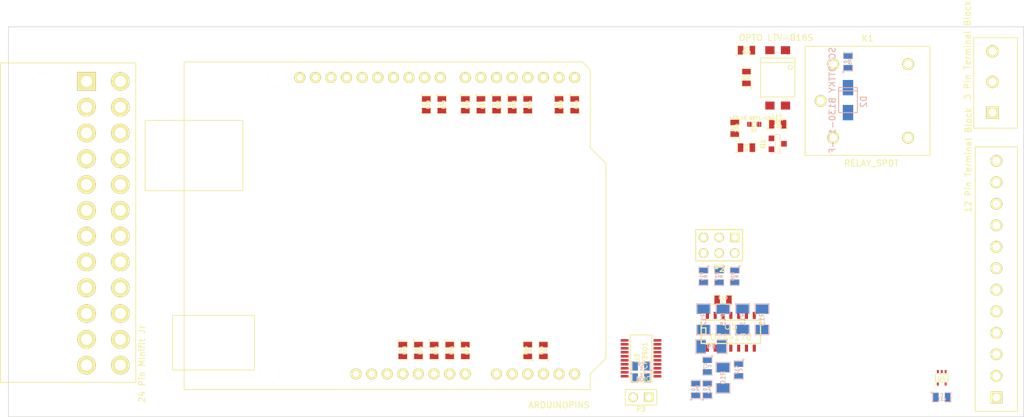
<source format=kicad_pcb>
(kicad_pcb (version 3) (host pcbnew "(2013-07-07 BZR 4022)-stable")

  (general
    (links 94)
    (no_connects 94)
    (area 124.409999 111.709999 289.610001 175.310001)
    (thickness 1.6)
    (drawings 4)
    (tracks 0)
    (zones 0)
    (modules 53)
    (nets 71)
  )

  (page A3)
  (title_block 
    (title BenchBudEE)
    (rev A)
    (company ProductBakery)
  )

  (layers
    (15 F.Cu signal)
    (2 PWR power)
    (1 GND power)
    (0 B.Cu signal)
    (16 B.Adhes user)
    (17 F.Adhes user)
    (18 B.Paste user)
    (19 F.Paste user)
    (20 B.SilkS user)
    (21 F.SilkS user)
    (22 B.Mask user)
    (23 F.Mask user)
    (28 Edge.Cuts user)
  )

  (setup
    (last_trace_width 0.254)
    (user_trace_width 0.1524)
    (trace_clearance 0.254)
    (zone_clearance 0.508)
    (zone_45_only no)
    (trace_min 0.1524)
    (segment_width 0.2)
    (edge_width 0.1)
    (via_size 0.889)
    (via_drill 0.635)
    (via_min_size 0.508)
    (via_min_drill 0.3302)
    (user_via 0.508 0.3302)
    (uvia_size 0.508)
    (uvia_drill 0.127)
    (uvias_allowed no)
    (uvia_min_size 0.254)
    (uvia_min_drill 0.127)
    (pcb_text_width 0.3)
    (pcb_text_size 1.5 1.5)
    (mod_edge_width 0.15)
    (mod_text_size 1 1)
    (mod_text_width 0.15)
    (pad_size 1.778 1.778)
    (pad_drill 1.016)
    (pad_to_mask_clearance 0.254)
    (solder_mask_min_width 0.127)
    (aux_axis_origin 0 0)
    (visible_elements 7FFFFFFF)
    (pcbplotparams
      (layerselection 3178497)
      (usegerberextensions true)
      (excludeedgelayer true)
      (linewidth 0.150000)
      (plotframeref false)
      (viasonmask false)
      (mode 1)
      (useauxorigin false)
      (hpglpennumber 1)
      (hpglpenspeed 20)
      (hpglpendiameter 15)
      (hpglpenoverlay 2)
      (psnegative false)
      (psa4output false)
      (plotreference true)
      (plotvalue true)
      (plotothertext true)
      (plotinvisibletext false)
      (padsonsilk false)
      (subtractmaskfromsilk false)
      (outputformat 1)
      (mirror false)
      (drillshape 1)
      (scaleselection 1)
      (outputdirectory ""))
  )

  (net 0 "")
  (net 1 +12C)
  (net 2 +12P)
  (net 3 +12V)
  (net 4 +3.3V)
  (net 5 +5V)
  (net 6 -12V)
  (net 7 /Arduino/ADC_CS_N)
  (net 8 /Arduino/CURR_MEAS)
  (net 9 /Arduino/FAN_MODE)
  (net 10 /Arduino/FAN_PWM_N)
  (net 11 /Arduino/LED_EN_PWM)
  (net 12 /Arduino/MISO)
  (net 13 /Arduino/MOSI)
  (net 14 /Arduino/RELAY+)
  (net 15 /Arduino/SCLK)
  (net 16 /Arduino/V+_ADJ_MON)
  (net 17 /Arduino/~DR)
  (net 18 /Fan/CS_N)
  (net 19 /LED_Driver/LED_STRING+)
  (net 20 /LED_Driver/LED_STRING-)
  (net 21 /Relay/RELAY_COM)
  (net 22 /Relay/RELAY_NC)
  (net 23 /TerminalBlock/RELAY_NC)
  (net 24 /Thermalcouple/CH0+)
  (net 25 /Thermalcouple/CH0-)
  (net 26 /Thermalcouple/CH1+)
  (net 27 /Thermalcouple/CH1-)
  (net 28 "/Thermalcouple/TC IN +")
  (net 29 AGND)
  (net 30 GND)
  (net 31 N-00000112)
  (net 32 N-0000035)
  (net 33 N-0000036)
  (net 34 N-0000037)
  (net 35 N-0000038)
  (net 36 N-0000042)
  (net 37 N-0000046)
  (net 38 N-0000047)
  (net 39 N-0000048)
  (net 40 N-0000053)
  (net 41 N-0000054)
  (net 42 N-0000056)
  (net 43 N-0000057)
  (net 44 N-0000058)
  (net 45 N-0000059)
  (net 46 N-0000060)
  (net 47 N-0000061)
  (net 48 N-0000064)
  (net 49 N-0000066)
  (net 50 N-0000067)
  (net 51 N-0000069)
  (net 52 N-0000072)
  (net 53 N-0000073)
  (net 54 N-0000077)
  (net 55 N-0000078)
  (net 56 N-0000079)
  (net 57 N-0000080)
  (net 58 N-0000084)
  (net 59 N-0000085)
  (net 60 N-0000086)
  (net 61 N-0000087)
  (net 62 N-0000088)
  (net 63 N-0000089)
  (net 64 N-0000090)
  (net 65 N-0000091)
  (net 66 N-0000092)
  (net 67 N-0000096)
  (net 68 N-0000097)
  (net 69 N-0000098)
  (net 70 VAA)

  (net_class Default "This is the default net class."
    (clearance 0.254)
    (trace_width 0.254)
    (via_dia 0.889)
    (via_drill 0.635)
    (uvia_dia 0.508)
    (uvia_drill 0.127)
    (add_net "")
    (add_net +12C)
    (add_net +12P)
    (add_net +12V)
    (add_net +3.3V)
    (add_net +5V)
    (add_net -12V)
    (add_net /Arduino/ADC_CS_N)
    (add_net /Arduino/CURR_MEAS)
    (add_net /Arduino/FAN_MODE)
    (add_net /Arduino/FAN_PWM_N)
    (add_net /Arduino/LED_EN_PWM)
    (add_net /Arduino/MISO)
    (add_net /Arduino/MOSI)
    (add_net /Arduino/RELAY+)
    (add_net /Arduino/SCLK)
    (add_net /Arduino/V+_ADJ_MON)
    (add_net /Arduino/~DR)
    (add_net /Fan/CS_N)
    (add_net /LED_Driver/LED_STRING+)
    (add_net /LED_Driver/LED_STRING-)
    (add_net /Relay/RELAY_COM)
    (add_net /Relay/RELAY_NC)
    (add_net /TerminalBlock/RELAY_NC)
    (add_net /Thermalcouple/CH0+)
    (add_net /Thermalcouple/CH0-)
    (add_net /Thermalcouple/CH1+)
    (add_net /Thermalcouple/CH1-)
    (add_net "/Thermalcouple/TC IN +")
    (add_net AGND)
    (add_net GND)
    (add_net N-00000112)
    (add_net N-0000035)
    (add_net N-0000036)
    (add_net N-0000037)
    (add_net N-0000038)
    (add_net N-0000042)
    (add_net N-0000046)
    (add_net N-0000047)
    (add_net N-0000048)
    (add_net N-0000053)
    (add_net N-0000054)
    (add_net N-0000056)
    (add_net N-0000057)
    (add_net N-0000058)
    (add_net N-0000059)
    (add_net N-0000060)
    (add_net N-0000061)
    (add_net N-0000064)
    (add_net N-0000066)
    (add_net N-0000067)
    (add_net N-0000069)
    (add_net N-0000072)
    (add_net N-0000073)
    (add_net N-0000077)
    (add_net N-0000078)
    (add_net N-0000079)
    (add_net N-0000080)
    (add_net N-0000084)
    (add_net N-0000085)
    (add_net N-0000086)
    (add_net N-0000087)
    (add_net N-0000088)
    (add_net N-0000089)
    (add_net N-0000090)
    (add_net N-0000091)
    (add_net N-0000092)
    (add_net N-0000096)
    (add_net N-0000097)
    (add_net N-0000098)
    (add_net VAA)
  )

  (module TE-SPDT (layer F.Cu) (tedit 5308C656) (tstamp 5308C71F)
    (at 256.54 123.825)
    (path /52EEB072/52F384DE)
    (fp_text reference K1 (at 7.62 -10.16) (layer F.SilkS)
      (effects (font (size 1 1) (thickness 0.15)))
    )
    (fp_text value RELAY_SPDT (at 8.255 10.16) (layer F.SilkS)
      (effects (font (size 1 1) (thickness 0.15)))
    )
    (fp_line (start -2.54 -8.89) (end 17.78 -8.89) (layer F.SilkS) (width 0.15))
    (fp_line (start 17.78 -8.89) (end 17.78 8.89) (layer F.SilkS) (width 0.15))
    (fp_line (start 17.78 8.89) (end -2.54 8.89) (layer F.SilkS) (width 0.15))
    (fp_line (start -2.54 8.89) (end -2.54 -8.89) (layer F.SilkS) (width 0.15))
    (pad 1 thru_hole circle (at 0 0) (size 1.905 1.905) (drill 1.27)
      (layers *.Cu *.Mask F.SilkS)
      (net 21 /Relay/RELAY_COM)
    )
    (pad 2 thru_hole circle (at 2.0066 -5.9944) (size 1.905 1.905) (drill 1.27)
      (layers *.Cu *.Mask F.SilkS)
      (net 66 N-0000092)
    )
    (pad 3 thru_hole circle (at 14.224 -5.9944) (size 1.905 1.905) (drill 1.27)
      (layers *.Cu *.Mask F.SilkS)
      (net 23 /TerminalBlock/RELAY_NC)
    )
    (pad 4 thru_hole circle (at 14.224 5.9944) (size 1.905 1.905) (drill 1.27)
      (layers *.Cu *.Mask F.SilkS)
      (net 22 /Relay/RELAY_NC)
    )
    (pad 5 thru_hole circle (at 2.0066 5.9944) (size 1.905 1.905) (drill 1.27)
      (layers *.Cu *.Mask F.SilkS)
      (net 60 N-0000086)
    )
  )

  (module SOT23EBC (layer F.Cu) (tedit 5308C88E) (tstamp 5308C72A)
    (at 249.555 130.81 90)
    (descr "Module CMS SOT23 Transistore EBC")
    (tags "CMS SOT")
    (path /52EEB072/52F37F3B)
    (attr smd)
    (fp_text reference Q1 (at 0 -2.413 90) (layer F.SilkS)
      (effects (font (size 0.762 0.762) (thickness 0.2032)))
    )
    (fp_text value MMBT3904-7-F (at 0 0 90) (layer F.SilkS) hide
      (effects (font (size 0.762 0.762) (thickness 0.1905)))
    )
    (fp_line (start -1.524 -0.381) (end 1.524 -0.381) (layer F.SilkS) (width 0.127))
    (fp_line (start 1.524 -0.381) (end 1.524 0.381) (layer F.SilkS) (width 0.127))
    (fp_line (start 1.524 0.381) (end -1.524 0.381) (layer F.SilkS) (width 0.127))
    (fp_line (start -1.524 0.381) (end -1.524 -0.381) (layer F.SilkS) (width 0.127))
    (pad 1 smd rect (at -0.889 -1.016 90) (size 0.9144 0.9144)
      (layers F.Cu F.Paste F.Mask)
      (net 63 N-0000089)
    )
    (pad 2 smd rect (at 0.889 -1.016 90) (size 0.9144 0.9144)
      (layers F.Cu F.Paste F.Mask)
      (net 64 N-0000090)
    )
    (pad 3 smd rect (at 0 1.016 90) (size 0.9144 0.9144)
      (layers F.Cu F.Paste F.Mask)
      (net 60 N-0000086)
    )
    (model smd/cms_sot23.wrl
      (at (xyz 0 0 0))
      (scale (xyz 0.13 0.15 0.15))
      (rotate (xyz 0 0 0))
    )
  )

  (module SMA (layer B.Cu) (tedit 5308C1C7) (tstamp 5308C735)
    (at 260.985 125.73 90)
    (path /52EEB072/52F387C5)
    (fp_text reference D2 (at 1.778 2.54 90) (layer B.SilkS)
      (effects (font (size 1 1) (thickness 0.15)) (justify mirror))
    )
    (fp_text value "SCHOTTKY B130-13-F" (at 2.032 -2.54 90) (layer B.SilkS)
      (effects (font (size 1 1) (thickness 0.15)) (justify mirror))
    )
    (fp_line (start 3.556 1.524) (end 3.556 -1.524) (layer B.SilkS) (width 0.15))
    (fp_line (start 0 1.524) (end 4.064 1.524) (layer B.SilkS) (width 0.15))
    (fp_line (start 4.064 1.524) (end 4.064 -1.524) (layer B.SilkS) (width 0.15))
    (fp_line (start 4.064 -1.524) (end 0 -1.524) (layer B.SilkS) (width 0.15))
    (fp_line (start 0 -1.524) (end 0 1.524) (layer B.SilkS) (width 0.15))
    (pad 1 smd rect (at 0 0 90) (size 2.5 1.7)
      (layers B.Cu B.Paste B.Mask)
      (net 60 N-0000086)
    )
    (pad 2 smd rect (at 4.064 0 90) (size 2.5 1.7)
      (layers B.Cu B.Paste B.Mask)
      (net 66 N-0000092)
    )
  )

  (module SM0805 (layer F.Cu) (tedit 5091495C) (tstamp 5308C742)
    (at 249.555 127.635)
    (path /52EEB072/52F38578)
    (attr smd)
    (fp_text reference R3 (at 0 -0.3175) (layer F.SilkS)
      (effects (font (size 0.50038 0.50038) (thickness 0.10922)))
    )
    (fp_text value 100 (at 0 0.381) (layer F.SilkS)
      (effects (font (size 0.50038 0.50038) (thickness 0.10922)))
    )
    (fp_circle (center -1.651 0.762) (end -1.651 0.635) (layer F.SilkS) (width 0.09906))
    (fp_line (start -0.508 0.762) (end -1.524 0.762) (layer F.SilkS) (width 0.09906))
    (fp_line (start -1.524 0.762) (end -1.524 -0.762) (layer F.SilkS) (width 0.09906))
    (fp_line (start -1.524 -0.762) (end -0.508 -0.762) (layer F.SilkS) (width 0.09906))
    (fp_line (start 0.508 -0.762) (end 1.524 -0.762) (layer F.SilkS) (width 0.09906))
    (fp_line (start 1.524 -0.762) (end 1.524 0.762) (layer F.SilkS) (width 0.09906))
    (fp_line (start 1.524 0.762) (end 0.508 0.762) (layer F.SilkS) (width 0.09906))
    (pad 1 smd rect (at -0.9525 0) (size 0.889 1.397)
      (layers F.Cu F.Paste F.Mask)
      (net 62 N-0000088)
    )
    (pad 2 smd rect (at 0.9525 0) (size 0.889 1.397)
      (layers F.Cu F.Paste F.Mask)
      (net 64 N-0000090)
    )
    (model smd/chip_cms.wrl
      (at (xyz 0 0 0))
      (scale (xyz 0.1 0.1 0.1))
      (rotate (xyz 0 0 0))
    )
  )

  (module SM0805 (layer F.Cu) (tedit 5091495C) (tstamp 5308C74F)
    (at 244.475 131.445)
    (path /52EEB072/52F385E6)
    (attr smd)
    (fp_text reference R5 (at 0 -0.3175) (layer F.SilkS)
      (effects (font (size 0.50038 0.50038) (thickness 0.10922)))
    )
    (fp_text value 0 (at 0 0.381) (layer F.SilkS)
      (effects (font (size 0.50038 0.50038) (thickness 0.10922)))
    )
    (fp_circle (center -1.651 0.762) (end -1.651 0.635) (layer F.SilkS) (width 0.09906))
    (fp_line (start -0.508 0.762) (end -1.524 0.762) (layer F.SilkS) (width 0.09906))
    (fp_line (start -1.524 0.762) (end -1.524 -0.762) (layer F.SilkS) (width 0.09906))
    (fp_line (start -1.524 -0.762) (end -0.508 -0.762) (layer F.SilkS) (width 0.09906))
    (fp_line (start 0.508 -0.762) (end 1.524 -0.762) (layer F.SilkS) (width 0.09906))
    (fp_line (start 1.524 -0.762) (end 1.524 0.762) (layer F.SilkS) (width 0.09906))
    (fp_line (start 1.524 0.762) (end 0.508 0.762) (layer F.SilkS) (width 0.09906))
    (pad 1 smd rect (at -0.9525 0) (size 0.889 1.397)
      (layers F.Cu F.Paste F.Mask)
      (net 30 GND)
    )
    (pad 2 smd rect (at 0.9525 0) (size 0.889 1.397)
      (layers F.Cu F.Paste F.Mask)
      (net 63 N-0000089)
    )
    (model smd/chip_cms.wrl
      (at (xyz 0 0 0))
      (scale (xyz 0.1 0.1 0.1))
      (rotate (xyz 0 0 0))
    )
  )

  (module SM0805 (layer F.Cu) (tedit 5091495C) (tstamp 5308C75C)
    (at 242.57 128.27 90)
    (path /52EEB072/52F3862E)
    (attr smd)
    (fp_text reference R2 (at 0 -0.3175 90) (layer F.SilkS)
      (effects (font (size 0.50038 0.50038) (thickness 0.10922)))
    )
    (fp_text value 200 (at 0 0.381 90) (layer F.SilkS)
      (effects (font (size 0.50038 0.50038) (thickness 0.10922)))
    )
    (fp_circle (center -1.651 0.762) (end -1.651 0.635) (layer F.SilkS) (width 0.09906))
    (fp_line (start -0.508 0.762) (end -1.524 0.762) (layer F.SilkS) (width 0.09906))
    (fp_line (start -1.524 0.762) (end -1.524 -0.762) (layer F.SilkS) (width 0.09906))
    (fp_line (start -1.524 -0.762) (end -0.508 -0.762) (layer F.SilkS) (width 0.09906))
    (fp_line (start 0.508 -0.762) (end 1.524 -0.762) (layer F.SilkS) (width 0.09906))
    (fp_line (start 1.524 -0.762) (end 1.524 0.762) (layer F.SilkS) (width 0.09906))
    (fp_line (start 1.524 0.762) (end 0.508 0.762) (layer F.SilkS) (width 0.09906))
    (pad 1 smd rect (at -0.9525 0 90) (size 0.889 1.397)
      (layers F.Cu F.Paste F.Mask)
      (net 30 GND)
    )
    (pad 2 smd rect (at 0.9525 0 90) (size 0.889 1.397)
      (layers F.Cu F.Paste F.Mask)
      (net 65 N-0000091)
    )
    (model smd/chip_cms.wrl
      (at (xyz 0 0 0))
      (scale (xyz 0.1 0.1 0.1))
      (rotate (xyz 0 0 0))
    )
  )

  (module SM0805 (layer F.Cu) (tedit 5091495C) (tstamp 5308C769)
    (at 244.475 120.015 90)
    (path /52EEB072/52F386D7)
    (attr smd)
    (fp_text reference R4 (at 0 -0.3175 90) (layer F.SilkS)
      (effects (font (size 0.50038 0.50038) (thickness 0.10922)))
    )
    (fp_text value 0 (at 0 0.381 90) (layer F.SilkS)
      (effects (font (size 0.50038 0.50038) (thickness 0.10922)))
    )
    (fp_circle (center -1.651 0.762) (end -1.651 0.635) (layer F.SilkS) (width 0.09906))
    (fp_line (start -0.508 0.762) (end -1.524 0.762) (layer F.SilkS) (width 0.09906))
    (fp_line (start -1.524 0.762) (end -1.524 -0.762) (layer F.SilkS) (width 0.09906))
    (fp_line (start -1.524 -0.762) (end -0.508 -0.762) (layer F.SilkS) (width 0.09906))
    (fp_line (start 0.508 -0.762) (end 1.524 -0.762) (layer F.SilkS) (width 0.09906))
    (fp_line (start 1.524 -0.762) (end 1.524 0.762) (layer F.SilkS) (width 0.09906))
    (fp_line (start 1.524 0.762) (end 0.508 0.762) (layer F.SilkS) (width 0.09906))
    (pad 1 smd rect (at -0.9525 0 90) (size 0.889 1.397)
      (layers F.Cu F.Paste F.Mask)
      (net 59 N-0000085)
    )
    (pad 2 smd rect (at 0.9525 0 90) (size 0.889 1.397)
      (layers F.Cu F.Paste F.Mask)
      (net 2 +12P)
    )
    (model smd/chip_cms.wrl
      (at (xyz 0 0 0))
      (scale (xyz 0.1 0.1 0.1))
      (rotate (xyz 0 0 0))
    )
  )

  (module SM0805 (layer F.Cu) (tedit 5091495C) (tstamp 5308C776)
    (at 244.475 115.57)
    (path /52EEB072/52F3871A)
    (attr smd)
    (fp_text reference R1 (at 0 -0.3175) (layer F.SilkS)
      (effects (font (size 0.50038 0.50038) (thickness 0.10922)))
    )
    (fp_text value 500 (at 0 0.381) (layer F.SilkS)
      (effects (font (size 0.50038 0.50038) (thickness 0.10922)))
    )
    (fp_circle (center -1.651 0.762) (end -1.651 0.635) (layer F.SilkS) (width 0.09906))
    (fp_line (start -0.508 0.762) (end -1.524 0.762) (layer F.SilkS) (width 0.09906))
    (fp_line (start -1.524 0.762) (end -1.524 -0.762) (layer F.SilkS) (width 0.09906))
    (fp_line (start -1.524 -0.762) (end -0.508 -0.762) (layer F.SilkS) (width 0.09906))
    (fp_line (start 0.508 -0.762) (end 1.524 -0.762) (layer F.SilkS) (width 0.09906))
    (fp_line (start 1.524 -0.762) (end 1.524 0.762) (layer F.SilkS) (width 0.09906))
    (fp_line (start 1.524 0.762) (end 0.508 0.762) (layer F.SilkS) (width 0.09906))
    (pad 1 smd rect (at -0.9525 0) (size 0.889 1.397)
      (layers F.Cu F.Paste F.Mask)
      (net 30 GND)
    )
    (pad 2 smd rect (at 0.9525 0) (size 0.889 1.397)
      (layers F.Cu F.Paste F.Mask)
      (net 61 N-0000087)
    )
    (model smd/chip_cms.wrl
      (at (xyz 0 0 0))
      (scale (xyz 0.1 0.1 0.1))
      (rotate (xyz 0 0 0))
    )
  )

  (module SM0805 (layer B.Cu) (tedit 5091495C) (tstamp 5308C783)
    (at 260.985 117.475 90)
    (path /52EEB072/5308B8DE)
    (attr smd)
    (fp_text reference R6 (at 0 0.3175 90) (layer B.SilkS)
      (effects (font (size 0.50038 0.50038) (thickness 0.10922)) (justify mirror))
    )
    (fp_text value 0 (at 0 -0.381 90) (layer B.SilkS)
      (effects (font (size 0.50038 0.50038) (thickness 0.10922)) (justify mirror))
    )
    (fp_circle (center -1.651 -0.762) (end -1.651 -0.635) (layer B.SilkS) (width 0.09906))
    (fp_line (start -0.508 -0.762) (end -1.524 -0.762) (layer B.SilkS) (width 0.09906))
    (fp_line (start -1.524 -0.762) (end -1.524 0.762) (layer B.SilkS) (width 0.09906))
    (fp_line (start -1.524 0.762) (end -0.508 0.762) (layer B.SilkS) (width 0.09906))
    (fp_line (start 0.508 0.762) (end 1.524 0.762) (layer B.SilkS) (width 0.09906))
    (fp_line (start 1.524 0.762) (end 1.524 -0.762) (layer B.SilkS) (width 0.09906))
    (fp_line (start 1.524 -0.762) (end 0.508 -0.762) (layer B.SilkS) (width 0.09906))
    (pad 1 smd rect (at -0.9525 0 90) (size 0.889 1.397)
      (layers B.Cu B.Paste B.Mask)
      (net 66 N-0000092)
    )
    (pad 2 smd rect (at 0.9525 0 90) (size 0.889 1.397)
      (layers B.Cu B.Paste B.Mask)
      (net 2 +12P)
    )
    (model smd/chip_cms.wrl
      (at (xyz 0 0 0))
      (scale (xyz 0.1 0.1 0.1))
      (rotate (xyz 0 0 0))
    )
  )

  (module LED-0603 (layer F.Cu) (tedit 4E16AFB4) (tstamp 5308C79F)
    (at 245.745 127.635 180)
    (descr "LED 0603 smd package")
    (tags "LED led 0603 SMD smd SMT smt smdled SMDLED smtled SMTLED")
    (path /52EEB072/52F37F4A)
    (attr smd)
    (fp_text reference D1 (at 0 -1.016 180) (layer F.SilkS)
      (effects (font (size 0.508 0.508) (thickness 0.127)))
    )
    (fp_text value "LED LG Q971-KN-1" (at 0 1.016 180) (layer F.SilkS)
      (effects (font (size 0.508 0.508) (thickness 0.127)))
    )
    (fp_line (start 0.44958 -0.44958) (end 0.44958 0.44958) (layer F.SilkS) (width 0.06604))
    (fp_line (start 0.44958 0.44958) (end 0.84836 0.44958) (layer F.SilkS) (width 0.06604))
    (fp_line (start 0.84836 -0.44958) (end 0.84836 0.44958) (layer F.SilkS) (width 0.06604))
    (fp_line (start 0.44958 -0.44958) (end 0.84836 -0.44958) (layer F.SilkS) (width 0.06604))
    (fp_line (start -0.84836 -0.44958) (end -0.84836 0.44958) (layer F.SilkS) (width 0.06604))
    (fp_line (start -0.84836 0.44958) (end -0.44958 0.44958) (layer F.SilkS) (width 0.06604))
    (fp_line (start -0.44958 -0.44958) (end -0.44958 0.44958) (layer F.SilkS) (width 0.06604))
    (fp_line (start -0.84836 -0.44958) (end -0.44958 -0.44958) (layer F.SilkS) (width 0.06604))
    (fp_line (start 0 -0.44958) (end 0 -0.29972) (layer F.SilkS) (width 0.06604))
    (fp_line (start 0 -0.29972) (end 0.29972 -0.29972) (layer F.SilkS) (width 0.06604))
    (fp_line (start 0.29972 -0.44958) (end 0.29972 -0.29972) (layer F.SilkS) (width 0.06604))
    (fp_line (start 0 -0.44958) (end 0.29972 -0.44958) (layer F.SilkS) (width 0.06604))
    (fp_line (start 0 0.29972) (end 0 0.44958) (layer F.SilkS) (width 0.06604))
    (fp_line (start 0 0.44958) (end 0.29972 0.44958) (layer F.SilkS) (width 0.06604))
    (fp_line (start 0.29972 0.29972) (end 0.29972 0.44958) (layer F.SilkS) (width 0.06604))
    (fp_line (start 0 0.29972) (end 0.29972 0.29972) (layer F.SilkS) (width 0.06604))
    (fp_line (start 0 -0.14986) (end 0 0.14986) (layer F.SilkS) (width 0.06604))
    (fp_line (start 0 0.14986) (end 0.29972 0.14986) (layer F.SilkS) (width 0.06604))
    (fp_line (start 0.29972 -0.14986) (end 0.29972 0.14986) (layer F.SilkS) (width 0.06604))
    (fp_line (start 0 -0.14986) (end 0.29972 -0.14986) (layer F.SilkS) (width 0.06604))
    (fp_line (start 0.44958 -0.39878) (end -0.44958 -0.39878) (layer F.SilkS) (width 0.1016))
    (fp_line (start 0.44958 0.39878) (end -0.44958 0.39878) (layer F.SilkS) (width 0.1016))
    (pad 1 smd rect (at -0.7493 0 180) (size 0.79756 0.79756)
      (layers F.Cu F.Paste F.Mask)
      (net 62 N-0000088)
    )
    (pad 2 smd rect (at 0.7493 0 180) (size 0.79756 0.79756)
      (layers F.Cu F.Paste F.Mask)
      (net 65 N-0000091)
    )
  )

  (module 4-SMD (layer F.Cu) (tedit 5308BF55) (tstamp 5308C7AF)
    (at 250.825 115.57 180)
    (descr "http://optoelectronics.liteon.com/upload/download/DS-70-97-0013/P_100_LTV-816%20826%20846%20(M,%20S,%20S-TA,%20S-TA1,%20S-TP)%20Series.pdf")
    (path /52EEB072/5308B821)
    (fp_text reference U1 (at 1.27 -10.922 180) (layer F.SilkS)
      (effects (font (size 1 1) (thickness 0.15)))
    )
    (fp_text value "OPTO LTV-816S" (at 1.524 2.032 180) (layer F.SilkS)
      (effects (font (size 1 1) (thickness 0.15)))
    )
    (fp_line (start 4.064 -1.524) (end 4.064 -1.27) (layer F.SilkS) (width 0.15))
    (fp_line (start -1.524 -1.524) (end -1.524 -1.27) (layer F.SilkS) (width 0.15))
    (fp_circle (center -0.762 -2.794) (end -0.508 -3.048) (layer F.SilkS) (width 0.15))
    (fp_line (start -1.524 -2.032) (end 4.064 -2.032) (layer F.SilkS) (width 0.15))
    (fp_line (start -1.524 -7.62) (end 4.064 -7.62) (layer F.SilkS) (width 0.15))
    (fp_line (start 4.064 -7.62) (end 4.064 -1.524) (layer F.SilkS) (width 0.15))
    (fp_line (start 4.064 -1.27) (end -1.524 -1.27) (layer F.SilkS) (width 0.15))
    (fp_line (start -1.524 -1.524) (end -1.524 -7.62) (layer F.SilkS) (width 0.15))
    (pad 1 smd rect (at 0 0 180) (size 1.5 1.3)
      (layers F.Cu F.Paste F.Mask)
      (net 14 /Arduino/RELAY+)
    )
    (pad 2 smd rect (at 2.54 0 180) (size 1.5 1.3)
      (layers F.Cu F.Paste F.Mask)
      (net 61 N-0000087)
    )
    (pad 3 smd rect (at 2.54 -9.017 180) (size 1.5 1.3)
      (layers F.Cu F.Paste F.Mask)
      (net 62 N-0000088)
    )
    (pad 4 smd rect (at 0 -9.017 180) (size 1.5 1.3)
      (layers F.Cu F.Paste F.Mask)
      (net 59 N-0000085)
    )
  )

  (module SSOP20 (layer F.Cu) (tedit 48B5A104) (tstamp 530A248B)
    (at 227.33 165.735 90)
    (descr "SSOP 20 pins")
    (tags "CMS SSOP SMD")
    (path /52EEB050/530A1433)
    (attr smd)
    (fp_text reference U3 (at 0 -0.635 90) (layer F.SilkS)
      (effects (font (size 0.762 0.762) (thickness 0.127)))
    )
    (fp_text value MCP3901 (at 0 0.635 90) (layer F.SilkS)
      (effects (font (size 0.762 0.762) (thickness 0.127)))
    )
    (fp_line (start 3.81 -1.778) (end -3.81 -1.778) (layer F.SilkS) (width 0.1651))
    (fp_line (start -3.81 1.778) (end 3.81 1.778) (layer F.SilkS) (width 0.1651))
    (fp_line (start 3.81 -1.778) (end 3.81 1.778) (layer F.SilkS) (width 0.1651))
    (fp_line (start -3.81 1.778) (end -3.81 -1.778) (layer F.SilkS) (width 0.1524))
    (fp_circle (center -3.302 1.27) (end -3.556 1.016) (layer F.SilkS) (width 0.127))
    (fp_line (start -3.81 -0.635) (end -3.048 -0.635) (layer F.SilkS) (width 0.127))
    (fp_line (start -3.048 -0.635) (end -3.048 0.635) (layer F.SilkS) (width 0.127))
    (fp_line (start -3.048 0.635) (end -3.81 0.635) (layer F.SilkS) (width 0.127))
    (pad 1 smd rect (at -2.921 2.667 90) (size 0.4064 1.27)
      (layers F.Cu F.Paste F.Mask)
    )
    (pad 2 smd rect (at -2.286 2.667 90) (size 0.4064 1.27)
      (layers F.Cu F.Paste F.Mask)
      (net 5 +5V)
    )
    (pad 3 smd rect (at -1.6256 2.667 90) (size 0.4064 1.27)
      (layers F.Cu F.Paste F.Mask)
      (net 5 +5V)
    )
    (pad 4 smd rect (at -0.9652 2.667 90) (size 0.4064 1.27)
      (layers F.Cu F.Paste F.Mask)
      (net 24 /Thermalcouple/CH0+)
    )
    (pad 5 smd rect (at -0.3302 2.667 90) (size 0.4064 1.27)
      (layers F.Cu F.Paste F.Mask)
      (net 25 /Thermalcouple/CH0-)
    )
    (pad 6 smd rect (at 0.3302 2.667 90) (size 0.4064 1.27)
      (layers F.Cu F.Paste F.Mask)
      (net 26 /Thermalcouple/CH1+)
    )
    (pad 7 smd rect (at 0.9906 2.667 90) (size 0.4064 1.27)
      (layers F.Cu F.Paste F.Mask)
      (net 27 /Thermalcouple/CH1-)
    )
    (pad 8 smd rect (at 1.6256 2.667 90) (size 0.4064 1.27)
      (layers F.Cu F.Paste F.Mask)
      (net 29 AGND)
    )
    (pad 9 smd rect (at 2.286 2.667 90) (size 0.4064 1.27)
      (layers F.Cu F.Paste F.Mask)
    )
    (pad 10 smd rect (at 2.921 2.667 90) (size 0.4064 1.27)
      (layers F.Cu F.Paste F.Mask)
    )
    (pad 11 smd rect (at 2.921 -2.667 90) (size 0.4064 1.27)
      (layers F.Cu F.Paste F.Mask)
      (net 29 AGND)
    )
    (pad 12 smd rect (at 2.286 -2.667 90) (size 0.4064 1.27)
      (layers F.Cu F.Paste F.Mask)
      (net 53 N-0000073)
    )
    (pad 13 smd rect (at 1.6256 -2.667 90) (size 0.4064 1.27)
      (layers F.Cu F.Paste F.Mask)
      (net 58 N-0000084)
    )
    (pad 14 smd rect (at 0.9906 -2.667 90) (size 0.4064 1.27)
      (layers F.Cu F.Paste F.Mask)
      (net 17 /Arduino/~DR)
    )
    (pad 15 smd rect (at 0.3302 -2.667 90) (size 0.4064 1.27)
      (layers F.Cu F.Paste F.Mask)
    )
    (pad 16 smd rect (at -0.3302 -2.667 90) (size 0.4064 1.27)
      (layers F.Cu F.Paste F.Mask)
    )
    (pad 17 smd rect (at -0.9652 -2.667 90) (size 0.4064 1.27)
      (layers F.Cu F.Paste F.Mask)
      (net 7 /Arduino/ADC_CS_N)
    )
    (pad 18 smd rect (at -1.6256 -2.667 90) (size 0.4064 1.27)
      (layers F.Cu F.Paste F.Mask)
      (net 15 /Arduino/SCLK)
    )
    (pad 19 smd rect (at -2.286 -2.667 90) (size 0.4064 1.27)
      (layers F.Cu F.Paste F.Mask)
      (net 12 /Arduino/MISO)
    )
    (pad 20 smd rect (at -2.921 -2.667 90) (size 0.4064 1.27)
      (layers F.Cu F.Paste F.Mask)
      (net 13 /Arduino/MOSI)
    )
    (model smd/cms_so20.wrl
      (at (xyz 0 0 0))
      (scale (xyz 0.255 0.33 0.3))
      (rotate (xyz 0 0 0))
    )
  )

  (module SOT353 (layer F.Cu) (tedit 503FB44B) (tstamp 530A2498)
    (at 276.225 168.91 270)
    (descr SOT353)
    (path /52EEB050/530A20B6)
    (attr smd)
    (fp_text reference U4 (at 0.09906 0 360) (layer F.SilkS)
      (effects (font (size 0.762 0.635) (thickness 0.127)))
    )
    (fp_text value LMT84 (at 0.09906 0 360) (layer F.SilkS) hide
      (effects (font (size 0.762 0.635) (thickness 0.127)))
    )
    (fp_line (start 0.635 1.016) (end 0.635 -1.016) (layer F.SilkS) (width 0.1524))
    (fp_line (start 0.635 -1.016) (end -0.635 -1.016) (layer F.SilkS) (width 0.1524))
    (fp_line (start -0.635 -1.016) (end -0.635 1.016) (layer F.SilkS) (width 0.1524))
    (fp_line (start -0.635 1.016) (end 0.635 1.016) (layer F.SilkS) (width 0.1524))
    (pad 1 smd rect (at -1.016 -0.635 270) (size 0.508 0.3048)
      (layers F.Cu F.Paste F.Mask)
      (net 29 AGND)
    )
    (pad 3 smd rect (at -1.016 0.635 270) (size 0.508 0.3048)
      (layers F.Cu F.Paste F.Mask)
      (net 26 /Thermalcouple/CH1+)
    )
    (pad 5 smd rect (at 1.016 -0.635 270) (size 0.508 0.3048)
      (layers F.Cu F.Paste F.Mask)
      (net 29 AGND)
    )
    (pad 2 smd rect (at -1.016 0 270) (size 0.508 0.3048)
      (layers F.Cu F.Paste F.Mask)
      (net 29 AGND)
    )
    (pad 4 smd rect (at 1.016 0.635 270) (size 0.508 0.3048)
      (layers F.Cu F.Paste F.Mask)
      (net 5 +5V)
    )
    (model smd/SOT23_5.wrl
      (at (xyz 0 0 0))
      (scale (xyz 0.07000000000000001 0.09 0.08))
      (rotate (xyz 0 0 90))
    )
  )

  (module SO14E (layer F.Cu) (tedit 42806FBF) (tstamp 530A24B1)
    (at 241.935 161.29)
    (descr "module CMS SOJ 14 pins etroit")
    (tags "CMS SOJ")
    (path /52EEB050/52F0F265)
    (attr smd)
    (fp_text reference U5 (at 0 -0.762) (layer F.SilkS)
      (effects (font (size 1.016 1.143) (thickness 0.127)))
    )
    (fp_text value OPA4170 (at 0 1.016) (layer F.SilkS)
      (effects (font (size 1.016 1.016) (thickness 0.127)))
    )
    (fp_line (start -4.826 -1.778) (end 4.826 -1.778) (layer F.SilkS) (width 0.2032))
    (fp_line (start 4.826 -1.778) (end 4.826 2.032) (layer F.SilkS) (width 0.2032))
    (fp_line (start 4.826 2.032) (end -4.826 2.032) (layer F.SilkS) (width 0.2032))
    (fp_line (start -4.826 2.032) (end -4.826 -1.778) (layer F.SilkS) (width 0.2032))
    (fp_line (start -4.826 -0.508) (end -4.064 -0.508) (layer F.SilkS) (width 0.2032))
    (fp_line (start -4.064 -0.508) (end -4.064 0.508) (layer F.SilkS) (width 0.2032))
    (fp_line (start -4.064 0.508) (end -4.826 0.508) (layer F.SilkS) (width 0.2032))
    (pad 1 smd rect (at -3.81 2.794) (size 0.508 1.143)
      (layers F.Cu F.Paste F.Mask)
      (net 24 /Thermalcouple/CH0+)
    )
    (pad 2 smd rect (at -2.54 2.794) (size 0.508 1.143)
      (layers F.Cu F.Paste F.Mask)
      (net 57 N-0000080)
    )
    (pad 3 smd rect (at -1.27 2.794) (size 0.508 1.143)
      (layers F.Cu F.Paste F.Mask)
      (net 56 N-0000079)
    )
    (pad 4 smd rect (at 0 2.794) (size 0.508 1.143)
      (layers F.Cu F.Paste F.Mask)
      (net 3 +12V)
    )
    (pad 5 smd rect (at 1.27 2.794) (size 0.508 1.143)
      (layers F.Cu F.Paste F.Mask)
    )
    (pad 6 smd rect (at 2.54 2.794) (size 0.508 1.143)
      (layers F.Cu F.Paste F.Mask)
    )
    (pad 7 smd rect (at 3.81 2.794) (size 0.508 1.143)
      (layers F.Cu F.Paste F.Mask)
    )
    (pad 8 smd rect (at 3.81 -2.54) (size 0.508 1.143)
      (layers F.Cu F.Paste F.Mask)
      (net 55 N-0000078)
    )
    (pad 9 smd rect (at 2.54 -2.54) (size 0.508 1.143)
      (layers F.Cu F.Paste F.Mask)
      (net 50 N-0000067)
    )
    (pad 10 smd rect (at 1.27 -2.54) (size 0.508 1.143)
      (layers F.Cu F.Paste F.Mask)
      (net 28 "/Thermalcouple/TC IN +")
    )
    (pad 11 smd rect (at 0 -2.54) (size 0.508 1.143)
      (layers F.Cu F.Paste F.Mask)
      (net 6 -12V)
    )
    (pad 12 smd rect (at -1.27 -2.54) (size 0.508 1.143)
      (layers F.Cu F.Paste F.Mask)
    )
    (pad 13 smd rect (at -2.54 -2.54) (size 0.508 1.143)
      (layers F.Cu F.Paste F.Mask)
      (net 49 N-0000066)
    )
    (pad 14 smd rect (at -3.81 -2.54) (size 0.508 1.143)
      (layers F.Cu F.Paste F.Mask)
      (net 54 N-0000077)
    )
    (model smd/cms_so14.wrl
      (at (xyz 0 0 0))
      (scale (xyz 0.5 0.3 0.5))
      (rotate (xyz 0 0 0))
    )
  )

  (module SM1206 (layer B.Cu) (tedit 42806E24) (tstamp 530A24BD)
    (at 240.665 168.91 90)
    (path /52EEB050/52F0F366)
    (attr smd)
    (fp_text reference R10 (at 0 0 90) (layer B.SilkS)
      (effects (font (size 0.762 0.762) (thickness 0.127)) (justify mirror))
    )
    (fp_text value R (at 0 0 90) (layer B.SilkS) hide
      (effects (font (size 0.762 0.762) (thickness 0.127)) (justify mirror))
    )
    (fp_line (start -2.54 1.143) (end -2.54 -1.143) (layer B.SilkS) (width 0.127))
    (fp_line (start -2.54 -1.143) (end -0.889 -1.143) (layer B.SilkS) (width 0.127))
    (fp_line (start 0.889 1.143) (end 2.54 1.143) (layer B.SilkS) (width 0.127))
    (fp_line (start 2.54 1.143) (end 2.54 -1.143) (layer B.SilkS) (width 0.127))
    (fp_line (start 2.54 -1.143) (end 0.889 -1.143) (layer B.SilkS) (width 0.127))
    (fp_line (start -0.889 1.143) (end -2.54 1.143) (layer B.SilkS) (width 0.127))
    (pad 1 smd rect (at -1.651 0 90) (size 1.524 2.032)
      (layers B.Cu B.Paste B.Mask)
      (net 29 AGND)
    )
    (pad 2 smd rect (at 1.651 0 90) (size 1.524 2.032)
      (layers B.Cu B.Paste B.Mask)
      (net 56 N-0000079)
    )
    (model smd/chip_cms.wrl
      (at (xyz 0 0 0))
      (scale (xyz 0.17 0.16 0.16))
      (rotate (xyz 0 0 0))
    )
  )

  (module SM1206 (layer B.Cu) (tedit 42806E24) (tstamp 530A24C9)
    (at 237.49 159.385 90)
    (path /52EEB050/52F0F360)
    (attr smd)
    (fp_text reference R12 (at 0 0 90) (layer B.SilkS)
      (effects (font (size 0.762 0.762) (thickness 0.127)) (justify mirror))
    )
    (fp_text value R (at 0 0 90) (layer B.SilkS) hide
      (effects (font (size 0.762 0.762) (thickness 0.127)) (justify mirror))
    )
    (fp_line (start -2.54 1.143) (end -2.54 -1.143) (layer B.SilkS) (width 0.127))
    (fp_line (start -2.54 -1.143) (end -0.889 -1.143) (layer B.SilkS) (width 0.127))
    (fp_line (start 0.889 1.143) (end 2.54 1.143) (layer B.SilkS) (width 0.127))
    (fp_line (start 2.54 1.143) (end 2.54 -1.143) (layer B.SilkS) (width 0.127))
    (fp_line (start 2.54 -1.143) (end 0.889 -1.143) (layer B.SilkS) (width 0.127))
    (fp_line (start -0.889 1.143) (end -2.54 1.143) (layer B.SilkS) (width 0.127))
    (pad 1 smd rect (at -1.651 0 90) (size 1.524 2.032)
      (layers B.Cu B.Paste B.Mask)
      (net 56 N-0000079)
    )
    (pad 2 smd rect (at 1.651 0 90) (size 1.524 2.032)
      (layers B.Cu B.Paste B.Mask)
      (net 54 N-0000077)
    )
    (model smd/chip_cms.wrl
      (at (xyz 0 0 0))
      (scale (xyz 0.17 0.16 0.16))
      (rotate (xyz 0 0 0))
    )
  )

  (module SM1206 (layer B.Cu) (tedit 42806E24) (tstamp 530A24D5)
    (at 238.76 163.83)
    (path /52EEB050/52F0F349)
    (attr smd)
    (fp_text reference R9 (at 0 0) (layer B.SilkS)
      (effects (font (size 0.762 0.762) (thickness 0.127)) (justify mirror))
    )
    (fp_text value R (at 0 0) (layer B.SilkS) hide
      (effects (font (size 0.762 0.762) (thickness 0.127)) (justify mirror))
    )
    (fp_line (start -2.54 1.143) (end -2.54 -1.143) (layer B.SilkS) (width 0.127))
    (fp_line (start -2.54 -1.143) (end -0.889 -1.143) (layer B.SilkS) (width 0.127))
    (fp_line (start 0.889 1.143) (end 2.54 1.143) (layer B.SilkS) (width 0.127))
    (fp_line (start 2.54 1.143) (end 2.54 -1.143) (layer B.SilkS) (width 0.127))
    (fp_line (start 2.54 -1.143) (end 0.889 -1.143) (layer B.SilkS) (width 0.127))
    (fp_line (start -0.889 1.143) (end -2.54 1.143) (layer B.SilkS) (width 0.127))
    (pad 1 smd rect (at -1.651 0) (size 1.524 2.032)
      (layers B.Cu B.Paste B.Mask)
      (net 24 /Thermalcouple/CH0+)
    )
    (pad 2 smd rect (at 1.651 0) (size 1.524 2.032)
      (layers B.Cu B.Paste B.Mask)
      (net 57 N-0000080)
    )
    (model smd/chip_cms.wrl
      (at (xyz 0 0 0))
      (scale (xyz 0.17 0.16 0.16))
      (rotate (xyz 0 0 0))
    )
  )

  (module SM1206 (layer B.Cu) (tedit 42806E24) (tstamp 530A24E1)
    (at 243.84 159.385 270)
    (path /52EEB050/52F0F33D)
    (attr smd)
    (fp_text reference R11 (at 0 0 270) (layer B.SilkS)
      (effects (font (size 0.762 0.762) (thickness 0.127)) (justify mirror))
    )
    (fp_text value R (at 0 0 270) (layer B.SilkS) hide
      (effects (font (size 0.762 0.762) (thickness 0.127)) (justify mirror))
    )
    (fp_line (start -2.54 1.143) (end -2.54 -1.143) (layer B.SilkS) (width 0.127))
    (fp_line (start -2.54 -1.143) (end -0.889 -1.143) (layer B.SilkS) (width 0.127))
    (fp_line (start 0.889 1.143) (end 2.54 1.143) (layer B.SilkS) (width 0.127))
    (fp_line (start 2.54 1.143) (end 2.54 -1.143) (layer B.SilkS) (width 0.127))
    (fp_line (start 2.54 -1.143) (end 0.889 -1.143) (layer B.SilkS) (width 0.127))
    (fp_line (start -0.889 1.143) (end -2.54 1.143) (layer B.SilkS) (width 0.127))
    (pad 1 smd rect (at -1.651 0 270) (size 1.524 2.032)
      (layers B.Cu B.Paste B.Mask)
      (net 57 N-0000080)
    )
    (pad 2 smd rect (at 1.651 0 270) (size 1.524 2.032)
      (layers B.Cu B.Paste B.Mask)
      (net 55 N-0000078)
    )
    (model smd/chip_cms.wrl
      (at (xyz 0 0 0))
      (scale (xyz 0.17 0.16 0.16))
      (rotate (xyz 0 0 0))
    )
  )

  (module SM1206 (layer B.Cu) (tedit 42806E24) (tstamp 530A24ED)
    (at 240.665 159.385 270)
    (path /52EEB050/52F0F31D)
    (attr smd)
    (fp_text reference R15 (at 0 0 270) (layer B.SilkS)
      (effects (font (size 0.762 0.762) (thickness 0.127)) (justify mirror))
    )
    (fp_text value R (at 0 0 270) (layer B.SilkS) hide
      (effects (font (size 0.762 0.762) (thickness 0.127)) (justify mirror))
    )
    (fp_line (start -2.54 1.143) (end -2.54 -1.143) (layer B.SilkS) (width 0.127))
    (fp_line (start -2.54 -1.143) (end -0.889 -1.143) (layer B.SilkS) (width 0.127))
    (fp_line (start 0.889 1.143) (end 2.54 1.143) (layer B.SilkS) (width 0.127))
    (fp_line (start 2.54 1.143) (end 2.54 -1.143) (layer B.SilkS) (width 0.127))
    (fp_line (start 2.54 -1.143) (end 0.889 -1.143) (layer B.SilkS) (width 0.127))
    (fp_line (start -0.889 1.143) (end -2.54 1.143) (layer B.SilkS) (width 0.127))
    (pad 1 smd rect (at -1.651 0 270) (size 1.524 2.032)
      (layers B.Cu B.Paste B.Mask)
      (net 49 N-0000066)
    )
    (pad 2 smd rect (at 1.651 0 270) (size 1.524 2.032)
      (layers B.Cu B.Paste B.Mask)
      (net 54 N-0000077)
    )
    (model smd/chip_cms.wrl
      (at (xyz 0 0 0))
      (scale (xyz 0.17 0.16 0.16))
      (rotate (xyz 0 0 0))
    )
  )

  (module SM1206 (layer B.Cu) (tedit 42806E24) (tstamp 530A24F9)
    (at 247.015 159.385 90)
    (path /52EEB050/52F0F311)
    (attr smd)
    (fp_text reference R13 (at 0 0 90) (layer B.SilkS)
      (effects (font (size 0.762 0.762) (thickness 0.127)) (justify mirror))
    )
    (fp_text value R (at 0 0 90) (layer B.SilkS) hide
      (effects (font (size 0.762 0.762) (thickness 0.127)) (justify mirror))
    )
    (fp_line (start -2.54 1.143) (end -2.54 -1.143) (layer B.SilkS) (width 0.127))
    (fp_line (start -2.54 -1.143) (end -0.889 -1.143) (layer B.SilkS) (width 0.127))
    (fp_line (start 0.889 1.143) (end 2.54 1.143) (layer B.SilkS) (width 0.127))
    (fp_line (start 2.54 1.143) (end 2.54 -1.143) (layer B.SilkS) (width 0.127))
    (fp_line (start 2.54 -1.143) (end 0.889 -1.143) (layer B.SilkS) (width 0.127))
    (fp_line (start -0.889 1.143) (end -2.54 1.143) (layer B.SilkS) (width 0.127))
    (pad 1 smd rect (at -1.651 0 90) (size 1.524 2.032)
      (layers B.Cu B.Paste B.Mask)
      (net 55 N-0000078)
    )
    (pad 2 smd rect (at 1.651 0 90) (size 1.524 2.032)
      (layers B.Cu B.Paste B.Mask)
      (net 50 N-0000067)
    )
    (model smd/chip_cms.wrl
      (at (xyz 0 0 0))
      (scale (xyz 0.17 0.16 0.16))
      (rotate (xyz 0 0 0))
    )
  )

  (module SM0805 (layer B.Cu) (tedit 5091495C) (tstamp 530A2506)
    (at 243.205 167.64 270)
    (path /52EEB050/530A2462)
    (attr smd)
    (fp_text reference C12 (at 0 0.3175 270) (layer B.SilkS)
      (effects (font (size 0.50038 0.50038) (thickness 0.10922)) (justify mirror))
    )
    (fp_text value C (at 0 -0.381 270) (layer B.SilkS)
      (effects (font (size 0.50038 0.50038) (thickness 0.10922)) (justify mirror))
    )
    (fp_circle (center -1.651 -0.762) (end -1.651 -0.635) (layer B.SilkS) (width 0.09906))
    (fp_line (start -0.508 -0.762) (end -1.524 -0.762) (layer B.SilkS) (width 0.09906))
    (fp_line (start -1.524 -0.762) (end -1.524 0.762) (layer B.SilkS) (width 0.09906))
    (fp_line (start -1.524 0.762) (end -0.508 0.762) (layer B.SilkS) (width 0.09906))
    (fp_line (start 0.508 0.762) (end 1.524 0.762) (layer B.SilkS) (width 0.09906))
    (fp_line (start 1.524 0.762) (end 1.524 -0.762) (layer B.SilkS) (width 0.09906))
    (fp_line (start 1.524 -0.762) (end 0.508 -0.762) (layer B.SilkS) (width 0.09906))
    (pad 1 smd rect (at -0.9525 0 270) (size 0.889 1.397)
      (layers B.Cu B.Paste B.Mask)
      (net 3 +12V)
    )
    (pad 2 smd rect (at 0.9525 0 270) (size 0.889 1.397)
      (layers B.Cu B.Paste B.Mask)
      (net 29 AGND)
    )
    (model smd/chip_cms.wrl
      (at (xyz 0 0 0))
      (scale (xyz 0.1 0.1 0.1))
      (rotate (xyz 0 0 0))
    )
  )

  (module SM0805 (layer B.Cu) (tedit 5091495C) (tstamp 530A2513)
    (at 242.57 152.4 270)
    (path /52EEB050/530A1846)
    (attr smd)
    (fp_text reference R38 (at 0 0.3175 270) (layer B.SilkS)
      (effects (font (size 0.50038 0.50038) (thickness 0.10922)) (justify mirror))
    )
    (fp_text value R (at 0 -0.381 270) (layer B.SilkS)
      (effects (font (size 0.50038 0.50038) (thickness 0.10922)) (justify mirror))
    )
    (fp_circle (center -1.651 -0.762) (end -1.651 -0.635) (layer B.SilkS) (width 0.09906))
    (fp_line (start -0.508 -0.762) (end -1.524 -0.762) (layer B.SilkS) (width 0.09906))
    (fp_line (start -1.524 -0.762) (end -1.524 0.762) (layer B.SilkS) (width 0.09906))
    (fp_line (start -1.524 0.762) (end -0.508 0.762) (layer B.SilkS) (width 0.09906))
    (fp_line (start 0.508 0.762) (end 1.524 0.762) (layer B.SilkS) (width 0.09906))
    (fp_line (start 1.524 0.762) (end 1.524 -0.762) (layer B.SilkS) (width 0.09906))
    (fp_line (start 1.524 -0.762) (end 0.508 -0.762) (layer B.SilkS) (width 0.09906))
    (pad 1 smd rect (at -0.9525 0 270) (size 0.889 1.397)
      (layers B.Cu B.Paste B.Mask)
      (net 51 N-0000069)
    )
    (pad 2 smd rect (at 0.9525 0 270) (size 0.889 1.397)
      (layers B.Cu B.Paste B.Mask)
      (net 49 N-0000066)
    )
    (model smd/chip_cms.wrl
      (at (xyz 0 0 0))
      (scale (xyz 0.1 0.1 0.1))
      (rotate (xyz 0 0 0))
    )
  )

  (module SM0805 (layer B.Cu) (tedit 5091495C) (tstamp 530A2520)
    (at 240.03 152.4 270)
    (path /52EEB050/530A181C)
    (attr smd)
    (fp_text reference R37 (at 0 0.3175 270) (layer B.SilkS)
      (effects (font (size 0.50038 0.50038) (thickness 0.10922)) (justify mirror))
    )
    (fp_text value R (at 0 -0.381 270) (layer B.SilkS)
      (effects (font (size 0.50038 0.50038) (thickness 0.10922)) (justify mirror))
    )
    (fp_circle (center -1.651 -0.762) (end -1.651 -0.635) (layer B.SilkS) (width 0.09906))
    (fp_line (start -0.508 -0.762) (end -1.524 -0.762) (layer B.SilkS) (width 0.09906))
    (fp_line (start -1.524 -0.762) (end -1.524 0.762) (layer B.SilkS) (width 0.09906))
    (fp_line (start -1.524 0.762) (end -0.508 0.762) (layer B.SilkS) (width 0.09906))
    (fp_line (start 0.508 0.762) (end 1.524 0.762) (layer B.SilkS) (width 0.09906))
    (fp_line (start 1.524 0.762) (end 1.524 -0.762) (layer B.SilkS) (width 0.09906))
    (fp_line (start 1.524 -0.762) (end 0.508 -0.762) (layer B.SilkS) (width 0.09906))
    (pad 1 smd rect (at -0.9525 0 270) (size 0.889 1.397)
      (layers B.Cu B.Paste B.Mask)
      (net 48 N-0000064)
    )
    (pad 2 smd rect (at 0.9525 0 270) (size 0.889 1.397)
      (layers B.Cu B.Paste B.Mask)
      (net 49 N-0000066)
    )
    (model smd/chip_cms.wrl
      (at (xyz 0 0 0))
      (scale (xyz 0.1 0.1 0.1))
      (rotate (xyz 0 0 0))
    )
  )

  (module SM0805 (layer B.Cu) (tedit 5091495C) (tstamp 530A252D)
    (at 237.49 152.4 270)
    (path /52EEB050/52F0F317)
    (attr smd)
    (fp_text reference R14 (at 0 0.3175 270) (layer B.SilkS)
      (effects (font (size 0.50038 0.50038) (thickness 0.10922)) (justify mirror))
    )
    (fp_text value R (at 0 -0.381 270) (layer B.SilkS)
      (effects (font (size 0.50038 0.50038) (thickness 0.10922)) (justify mirror))
    )
    (fp_circle (center -1.651 -0.762) (end -1.651 -0.635) (layer B.SilkS) (width 0.09906))
    (fp_line (start -0.508 -0.762) (end -1.524 -0.762) (layer B.SilkS) (width 0.09906))
    (fp_line (start -1.524 -0.762) (end -1.524 0.762) (layer B.SilkS) (width 0.09906))
    (fp_line (start -1.524 0.762) (end -0.508 0.762) (layer B.SilkS) (width 0.09906))
    (fp_line (start 0.508 0.762) (end 1.524 0.762) (layer B.SilkS) (width 0.09906))
    (fp_line (start 1.524 0.762) (end 1.524 -0.762) (layer B.SilkS) (width 0.09906))
    (fp_line (start 1.524 -0.762) (end 0.508 -0.762) (layer B.SilkS) (width 0.09906))
    (pad 1 smd rect (at -0.9525 0 270) (size 0.889 1.397)
      (layers B.Cu B.Paste B.Mask)
      (net 52 N-0000072)
    )
    (pad 2 smd rect (at 0.9525 0 270) (size 0.889 1.397)
      (layers B.Cu B.Paste B.Mask)
      (net 49 N-0000066)
    )
    (model smd/chip_cms.wrl
      (at (xyz 0 0 0))
      (scale (xyz 0.1 0.1 0.1))
      (rotate (xyz 0 0 0))
    )
  )

  (module SM0805 (layer B.Cu) (tedit 5091495C) (tstamp 530A253A)
    (at 276.225 172.085)
    (path /52EEB050/530A20C3)
    (attr smd)
    (fp_text reference C11 (at 0 0.3175) (layer B.SilkS)
      (effects (font (size 0.50038 0.50038) (thickness 0.10922)) (justify mirror))
    )
    (fp_text value C (at 0 -0.381) (layer B.SilkS)
      (effects (font (size 0.50038 0.50038) (thickness 0.10922)) (justify mirror))
    )
    (fp_circle (center -1.651 -0.762) (end -1.651 -0.635) (layer B.SilkS) (width 0.09906))
    (fp_line (start -0.508 -0.762) (end -1.524 -0.762) (layer B.SilkS) (width 0.09906))
    (fp_line (start -1.524 -0.762) (end -1.524 0.762) (layer B.SilkS) (width 0.09906))
    (fp_line (start -1.524 0.762) (end -0.508 0.762) (layer B.SilkS) (width 0.09906))
    (fp_line (start 0.508 0.762) (end 1.524 0.762) (layer B.SilkS) (width 0.09906))
    (fp_line (start 1.524 0.762) (end 1.524 -0.762) (layer B.SilkS) (width 0.09906))
    (fp_line (start 1.524 -0.762) (end 0.508 -0.762) (layer B.SilkS) (width 0.09906))
    (pad 1 smd rect (at -0.9525 0) (size 0.889 1.397)
      (layers B.Cu B.Paste B.Mask)
      (net 5 +5V)
    )
    (pad 2 smd rect (at 0.9525 0) (size 0.889 1.397)
      (layers B.Cu B.Paste B.Mask)
      (net 29 AGND)
    )
    (model smd/chip_cms.wrl
      (at (xyz 0 0 0))
      (scale (xyz 0.1 0.1 0.1))
      (rotate (xyz 0 0 0))
    )
  )

  (module SM0805 (layer F.Cu) (tedit 5091495C) (tstamp 530A2547)
    (at 240.665 156.21)
    (path /52EEB050/530A255B)
    (attr smd)
    (fp_text reference C10 (at 0 -0.3175) (layer F.SilkS)
      (effects (font (size 0.50038 0.50038) (thickness 0.10922)))
    )
    (fp_text value C (at 0 0.381) (layer F.SilkS)
      (effects (font (size 0.50038 0.50038) (thickness 0.10922)))
    )
    (fp_circle (center -1.651 0.762) (end -1.651 0.635) (layer F.SilkS) (width 0.09906))
    (fp_line (start -0.508 0.762) (end -1.524 0.762) (layer F.SilkS) (width 0.09906))
    (fp_line (start -1.524 0.762) (end -1.524 -0.762) (layer F.SilkS) (width 0.09906))
    (fp_line (start -1.524 -0.762) (end -0.508 -0.762) (layer F.SilkS) (width 0.09906))
    (fp_line (start 0.508 -0.762) (end 1.524 -0.762) (layer F.SilkS) (width 0.09906))
    (fp_line (start 1.524 -0.762) (end 1.524 0.762) (layer F.SilkS) (width 0.09906))
    (fp_line (start 1.524 0.762) (end 0.508 0.762) (layer F.SilkS) (width 0.09906))
    (pad 1 smd rect (at -0.9525 0) (size 0.889 1.397)
      (layers F.Cu F.Paste F.Mask)
      (net 29 AGND)
    )
    (pad 2 smd rect (at 0.9525 0) (size 0.889 1.397)
      (layers F.Cu F.Paste F.Mask)
      (net 6 -12V)
    )
    (model smd/chip_cms.wrl
      (at (xyz 0 0 0))
      (scale (xyz 0.1 0.1 0.1))
      (rotate (xyz 0 0 0))
    )
  )

  (module SM0805 (layer B.Cu) (tedit 5091495C) (tstamp 530A2554)
    (at 238.125 167.005 270)
    (path /52EEB050/530A16D7)
    (attr smd)
    (fp_text reference C7 (at 0 0.3175 270) (layer B.SilkS)
      (effects (font (size 0.50038 0.50038) (thickness 0.10922)) (justify mirror))
    )
    (fp_text value C (at 0 -0.381 270) (layer B.SilkS)
      (effects (font (size 0.50038 0.50038) (thickness 0.10922)) (justify mirror))
    )
    (fp_circle (center -1.651 -0.762) (end -1.651 -0.635) (layer B.SilkS) (width 0.09906))
    (fp_line (start -0.508 -0.762) (end -1.524 -0.762) (layer B.SilkS) (width 0.09906))
    (fp_line (start -1.524 -0.762) (end -1.524 0.762) (layer B.SilkS) (width 0.09906))
    (fp_line (start -1.524 0.762) (end -0.508 0.762) (layer B.SilkS) (width 0.09906))
    (fp_line (start 0.508 0.762) (end 1.524 0.762) (layer B.SilkS) (width 0.09906))
    (fp_line (start 1.524 0.762) (end 1.524 -0.762) (layer B.SilkS) (width 0.09906))
    (fp_line (start 1.524 -0.762) (end 0.508 -0.762) (layer B.SilkS) (width 0.09906))
    (pad 1 smd rect (at -0.9525 0 270) (size 0.889 1.397)
      (layers B.Cu B.Paste B.Mask)
      (net 24 /Thermalcouple/CH0+)
    )
    (pad 2 smd rect (at 0.9525 0 270) (size 0.889 1.397)
      (layers B.Cu B.Paste B.Mask)
      (net 25 /Thermalcouple/CH0-)
    )
    (model smd/chip_cms.wrl
      (at (xyz 0 0 0))
      (scale (xyz 0.1 0.1 0.1))
      (rotate (xyz 0 0 0))
    )
  )

  (module SM0805 (layer B.Cu) (tedit 5091495C) (tstamp 530A2561)
    (at 227.33 167.005 180)
    (path /52EEB050/530A2847)
    (attr smd)
    (fp_text reference C9 (at 0 0.3175 180) (layer B.SilkS)
      (effects (font (size 0.50038 0.50038) (thickness 0.10922)) (justify mirror))
    )
    (fp_text value C (at 0 -0.381 180) (layer B.SilkS)
      (effects (font (size 0.50038 0.50038) (thickness 0.10922)) (justify mirror))
    )
    (fp_circle (center -1.651 -0.762) (end -1.651 -0.635) (layer B.SilkS) (width 0.09906))
    (fp_line (start -0.508 -0.762) (end -1.524 -0.762) (layer B.SilkS) (width 0.09906))
    (fp_line (start -1.524 -0.762) (end -1.524 0.762) (layer B.SilkS) (width 0.09906))
    (fp_line (start -1.524 0.762) (end -0.508 0.762) (layer B.SilkS) (width 0.09906))
    (fp_line (start 0.508 0.762) (end 1.524 0.762) (layer B.SilkS) (width 0.09906))
    (fp_line (start 1.524 0.762) (end 1.524 -0.762) (layer B.SilkS) (width 0.09906))
    (fp_line (start 1.524 -0.762) (end 0.508 -0.762) (layer B.SilkS) (width 0.09906))
    (pad 1 smd rect (at -0.9525 0 180) (size 0.889 1.397)
      (layers B.Cu B.Paste B.Mask)
      (net 5 +5V)
    )
    (pad 2 smd rect (at 0.9525 0 180) (size 0.889 1.397)
      (layers B.Cu B.Paste B.Mask)
      (net 29 AGND)
    )
    (model smd/chip_cms.wrl
      (at (xyz 0 0 0))
      (scale (xyz 0.1 0.1 0.1))
      (rotate (xyz 0 0 0))
    )
  )

  (module SM0805 (layer B.Cu) (tedit 5091495C) (tstamp 530A256E)
    (at 227.33 168.91)
    (path /52EEB050/530A29E4)
    (attr smd)
    (fp_text reference C8 (at 0 0.3175) (layer B.SilkS)
      (effects (font (size 0.50038 0.50038) (thickness 0.10922)) (justify mirror))
    )
    (fp_text value C (at 0 -0.381) (layer B.SilkS)
      (effects (font (size 0.50038 0.50038) (thickness 0.10922)) (justify mirror))
    )
    (fp_circle (center -1.651 -0.762) (end -1.651 -0.635) (layer B.SilkS) (width 0.09906))
    (fp_line (start -0.508 -0.762) (end -1.524 -0.762) (layer B.SilkS) (width 0.09906))
    (fp_line (start -1.524 -0.762) (end -1.524 0.762) (layer B.SilkS) (width 0.09906))
    (fp_line (start -1.524 0.762) (end -0.508 0.762) (layer B.SilkS) (width 0.09906))
    (fp_line (start 0.508 0.762) (end 1.524 0.762) (layer B.SilkS) (width 0.09906))
    (fp_line (start 1.524 0.762) (end 1.524 -0.762) (layer B.SilkS) (width 0.09906))
    (fp_line (start 1.524 -0.762) (end 0.508 -0.762) (layer B.SilkS) (width 0.09906))
    (pad 1 smd rect (at -0.9525 0) (size 0.889 1.397)
      (layers B.Cu B.Paste B.Mask)
      (net 29 AGND)
    )
    (pad 2 smd rect (at 0.9525 0) (size 0.889 1.397)
      (layers B.Cu B.Paste B.Mask)
      (net 5 +5V)
    )
    (model smd/chip_cms.wrl
      (at (xyz 0 0 0))
      (scale (xyz 0.1 0.1 0.1))
      (rotate (xyz 0 0 0))
    )
  )

  (module pin_array_3x2 (layer F.Cu) (tedit 42931587) (tstamp 530A257C)
    (at 240.03 147.32 180)
    (descr "Double rangee de contacts 2 x 4 pins")
    (tags CONN)
    (path /52EEB050/530A184C)
    (fp_text reference P2 (at 0 -3.81 180) (layer F.SilkS)
      (effects (font (size 1.016 1.016) (thickness 0.2032)))
    )
    (fp_text value CONN_3X2 (at 0 3.81 180) (layer F.SilkS) hide
      (effects (font (size 1.016 1.016) (thickness 0.2032)))
    )
    (fp_line (start 3.81 2.54) (end -3.81 2.54) (layer F.SilkS) (width 0.2032))
    (fp_line (start -3.81 -2.54) (end 3.81 -2.54) (layer F.SilkS) (width 0.2032))
    (fp_line (start 3.81 -2.54) (end 3.81 2.54) (layer F.SilkS) (width 0.2032))
    (fp_line (start -3.81 2.54) (end -3.81 -2.54) (layer F.SilkS) (width 0.2032))
    (pad 1 thru_hole rect (at -2.54 1.27 180) (size 1.524 1.524) (drill 1.016)
      (layers *.Cu *.Mask F.SilkS)
      (net 50 N-0000067)
    )
    (pad 2 thru_hole circle (at -2.54 -1.27 180) (size 1.524 1.524) (drill 1.016)
      (layers *.Cu *.Mask F.SilkS)
      (net 51 N-0000069)
    )
    (pad 3 thru_hole circle (at 0 1.27 180) (size 1.524 1.524) (drill 1.016)
      (layers *.Cu *.Mask F.SilkS)
      (net 50 N-0000067)
    )
    (pad 4 thru_hole circle (at 0 -1.27 180) (size 1.524 1.524) (drill 1.016)
      (layers *.Cu *.Mask F.SilkS)
      (net 48 N-0000064)
    )
    (pad 5 thru_hole circle (at 2.54 1.27 180) (size 1.524 1.524) (drill 1.016)
      (layers *.Cu *.Mask F.SilkS)
      (net 50 N-0000067)
    )
    (pad 6 thru_hole circle (at 2.54 -1.27 180) (size 1.524 1.524) (drill 1.016)
      (layers *.Cu *.Mask F.SilkS)
      (net 52 N-0000072)
    )
    (model pin_array/pins_array_3x2.wrl
      (at (xyz 0 0 0))
      (scale (xyz 1 1 1))
      (rotate (xyz 0 0 0))
    )
  )

  (module PIN_ARRAY_2X1 (layer F.Cu) (tedit 4565C520) (tstamp 530A2586)
    (at 227.33 172.085 180)
    (descr "Connecteurs 2 pins")
    (tags "CONN DEV")
    (path /52EEB050/530A65F7)
    (fp_text reference P3 (at 0 -1.905 180) (layer F.SilkS)
      (effects (font (size 0.762 0.762) (thickness 0.1524)))
    )
    (fp_text value CONN_2 (at 0 -1.905 180) (layer F.SilkS) hide
      (effects (font (size 0.762 0.762) (thickness 0.1524)))
    )
    (fp_line (start -2.54 1.27) (end -2.54 -1.27) (layer F.SilkS) (width 0.1524))
    (fp_line (start -2.54 -1.27) (end 2.54 -1.27) (layer F.SilkS) (width 0.1524))
    (fp_line (start 2.54 -1.27) (end 2.54 1.27) (layer F.SilkS) (width 0.1524))
    (fp_line (start 2.54 1.27) (end -2.54 1.27) (layer F.SilkS) (width 0.1524))
    (pad 1 thru_hole rect (at -1.27 0 180) (size 1.524 1.524) (drill 1.016)
      (layers *.Cu *.Mask F.SilkS)
      (net 58 N-0000084)
    )
    (pad 2 thru_hole circle (at 1.27 0 180) (size 1.524 1.524) (drill 1.016)
      (layers *.Cu *.Mask F.SilkS)
      (net 53 N-0000073)
    )
    (model pin_array/pins_array_2x1.wrl
      (at (xyz 0 0 0))
      (scale (xyz 1 1 1))
      (rotate (xyz 0 0 0))
    )
  )

  (module SM0805 (layer B.Cu) (tedit 5091495C) (tstamp 530A2713)
    (at 236.22 170.815 90)
    (path /52EEB050/530A6E02)
    (attr smd)
    (fp_text reference R41 (at 0 0.3175 90) (layer B.SilkS)
      (effects (font (size 0.50038 0.50038) (thickness 0.10922)) (justify mirror))
    )
    (fp_text value 0 (at 0 -0.381 90) (layer B.SilkS)
      (effects (font (size 0.50038 0.50038) (thickness 0.10922)) (justify mirror))
    )
    (fp_circle (center -1.651 -0.762) (end -1.651 -0.635) (layer B.SilkS) (width 0.09906))
    (fp_line (start -0.508 -0.762) (end -1.524 -0.762) (layer B.SilkS) (width 0.09906))
    (fp_line (start -1.524 -0.762) (end -1.524 0.762) (layer B.SilkS) (width 0.09906))
    (fp_line (start -1.524 0.762) (end -0.508 0.762) (layer B.SilkS) (width 0.09906))
    (fp_line (start 0.508 0.762) (end 1.524 0.762) (layer B.SilkS) (width 0.09906))
    (fp_line (start 1.524 0.762) (end 1.524 -0.762) (layer B.SilkS) (width 0.09906))
    (fp_line (start 1.524 -0.762) (end 0.508 -0.762) (layer B.SilkS) (width 0.09906))
    (pad 1 smd rect (at -0.9525 0 90) (size 0.889 1.397)
      (layers B.Cu B.Paste B.Mask)
      (net 29 AGND)
    )
    (pad 2 smd rect (at 0.9525 0 90) (size 0.889 1.397)
      (layers B.Cu B.Paste B.Mask)
      (net 27 /Thermalcouple/CH1-)
    )
    (model smd/chip_cms.wrl
      (at (xyz 0 0 0))
      (scale (xyz 0.1 0.1 0.1))
      (rotate (xyz 0 0 0))
    )
  )

  (module SM0805 (layer B.Cu) (tedit 5091495C) (tstamp 530A2720)
    (at 238.125 170.815 90)
    (path /52EEB050/530A6D0B)
    (attr smd)
    (fp_text reference R42 (at 0 0.3175 90) (layer B.SilkS)
      (effects (font (size 0.50038 0.50038) (thickness 0.10922)) (justify mirror))
    )
    (fp_text value 0 (at 0 -0.381 90) (layer B.SilkS)
      (effects (font (size 0.50038 0.50038) (thickness 0.10922)) (justify mirror))
    )
    (fp_circle (center -1.651 -0.762) (end -1.651 -0.635) (layer B.SilkS) (width 0.09906))
    (fp_line (start -0.508 -0.762) (end -1.524 -0.762) (layer B.SilkS) (width 0.09906))
    (fp_line (start -1.524 -0.762) (end -1.524 0.762) (layer B.SilkS) (width 0.09906))
    (fp_line (start -1.524 0.762) (end -0.508 0.762) (layer B.SilkS) (width 0.09906))
    (fp_line (start 0.508 0.762) (end 1.524 0.762) (layer B.SilkS) (width 0.09906))
    (fp_line (start 1.524 0.762) (end 1.524 -0.762) (layer B.SilkS) (width 0.09906))
    (fp_line (start 1.524 -0.762) (end 0.508 -0.762) (layer B.SilkS) (width 0.09906))
    (pad 1 smd rect (at -0.9525 0 90) (size 0.889 1.397)
      (layers B.Cu B.Paste B.Mask)
      (net 29 AGND)
    )
    (pad 2 smd rect (at 0.9525 0 90) (size 0.889 1.397)
      (layers B.Cu B.Paste B.Mask)
      (net 25 /Thermalcouple/CH0-)
    )
    (model smd/chip_cms.wrl
      (at (xyz 0 0 0))
      (scale (xyz 0.1 0.1 0.1))
      (rotate (xyz 0 0 0))
    )
  )

  (module 3pinTB (layer F.Cu) (tedit 530A7119) (tstamp 530A7FA4)
    (at 284.48 125.73 90)
    (descr http://media.digikey.com/pdf/Data%20Sheets/Phoenix%20Contact%20PDFs/COMBICON%20Compact%205.0mm%20Series.pdf)
    (path /52EEB0FB/530A7290)
    (fp_text reference K2 (at 4.572 -4.064 90) (layer F.SilkS) hide
      (effects (font (size 1 1) (thickness 0.15)))
    )
    (fp_text value "3 Pin Terminal Block" (at 10.16 -4.064 90) (layer F.SilkS)
      (effects (font (size 1 1) (thickness 0.15)))
    )
    (fp_line (start -2.54 0) (end -2.54 -3.048) (layer F.SilkS) (width 0.15))
    (fp_line (start -2.54 -3.048) (end 12.192 -3.048) (layer F.SilkS) (width 0.15))
    (fp_line (start 12.192 -3.048) (end 12.192 4.064) (layer F.SilkS) (width 0.15))
    (fp_line (start 12.192 4.064) (end -2.54 4.064) (layer F.SilkS) (width 0.15))
    (fp_line (start -2.54 4.064) (end -2.54 0) (layer F.SilkS) (width 0.15))
    (pad 1 thru_hole rect (at 0 0 90) (size 2 2) (drill 1.3)
      (layers *.Cu *.Mask F.SilkS)
      (net 21 /Relay/RELAY_COM)
    )
    (pad 2 thru_hole circle (at 5 0 90) (size 2 2) (drill 1.3)
      (layers *.Cu *.Mask F.SilkS)
      (net 22 /Relay/RELAY_NC)
    )
    (pad 3 thru_hole circle (at 10 0 90) (size 2 2) (drill 1.3)
      (layers *.Cu *.Mask F.SilkS)
      (net 23 /TerminalBlock/RELAY_NC)
    )
  )

  (module 24pin-ATX (layer F.Cu) (tedit 530A780D) (tstamp 530A7FC7)
    (at 137.16 120.65 270)
    (descr http://www.molex.com/pdm_docs/sd/039301240_sd.pdf)
    (tags "atx, minifit jr, molex")
    (path /52EEB085/52F3A9AC)
    (fp_text reference P1 (at 38 -9 270) (layer F.SilkS) hide
      (effects (font (size 1 1) (thickness 0.15)))
    )
    (fp_text value "24 Pin Minifit Jr" (at 46 -9 270) (layer F.SilkS)
      (effects (font (size 1 1) (thickness 0.15)))
    )
    (fp_line (start -3 0) (end -3 14) (layer F.SilkS) (width 0.15))
    (fp_line (start -3 14) (end 49 14) (layer F.SilkS) (width 0.15))
    (fp_line (start 49 14) (end 49 -8) (layer F.SilkS) (width 0.15))
    (fp_line (start 49 -8) (end -3 -8) (layer F.SilkS) (width 0.15))
    (fp_line (start -3 -8) (end -3 0) (layer F.SilkS) (width 0.15))
    (pad 13 thru_hole circle (at 46.2 -5.5 270) (size 3 3) (drill 1.8)
      (layers *.Cu *.Mask F.SilkS)
    )
    (pad 14 thru_hole circle (at 42 -5.5 270) (size 3 3) (drill 1.8)
      (layers *.Cu *.Mask F.SilkS)
      (net 69 N-0000098)
    )
    (pad 15 thru_hole circle (at 37.8 -5.5 270) (size 3 3) (drill 1.8)
      (layers *.Cu *.Mask F.SilkS)
    )
    (pad 16 thru_hole circle (at 33.6 -5.5 270) (size 3 3) (drill 1.8)
      (layers *.Cu *.Mask F.SilkS)
      (net 68 N-0000097)
    )
    (pad 17 thru_hole circle (at 29.4 -5.5 270) (size 3 3) (drill 1.8)
      (layers *.Cu *.Mask F.SilkS)
    )
    (pad 18 thru_hole circle (at 25.2 -5.5 270) (size 3 3) (drill 1.8)
      (layers *.Cu *.Mask F.SilkS)
    )
    (pad 19 thru_hole circle (at 21 -5.5 270) (size 3 3) (drill 1.8)
      (layers *.Cu *.Mask F.SilkS)
    )
    (pad 20 thru_hole circle (at 16.8 -5.5 270) (size 3 3) (drill 1.8)
      (layers *.Cu *.Mask F.SilkS)
    )
    (pad 21 thru_hole circle (at 12.6 -5.5 270) (size 3 3) (drill 1.8)
      (layers *.Cu *.Mask F.SilkS)
    )
    (pad 22 thru_hole circle (at 8.4 -5.5 270) (size 3 3) (drill 1.8)
      (layers *.Cu *.Mask F.SilkS)
    )
    (pad 23 thru_hole circle (at 4.2 -5.5 270) (size 3 3) (drill 1.8)
      (layers *.Cu *.Mask F.SilkS)
    )
    (pad 24 thru_hole circle (at 0 -5.5 270) (size 3 3) (drill 1.8)
      (layers *.Cu *.Mask F.SilkS)
    )
    (pad 1 thru_hole rect (at 0 0 270) (size 3 3) (drill 1.8)
      (layers *.Cu *.Mask F.SilkS)
      (net 31 N-00000112)
    )
    (pad "" np_thru_hole circle (at 0 7.3 270) (size 3 3) (drill 3)
      (layers *.Cu *.Mask F.SilkS)
    )
    (pad "" np_thru_hole circle (at 46.2 7.3 270) (size 3 3) (drill 3)
      (layers *.Cu *.Mask F.SilkS)
    )
    (pad 2 thru_hole circle (at 4.2 0 270) (size 3 3) (drill 1.8)
      (layers *.Cu *.Mask F.SilkS)
      (net 31 N-00000112)
    )
    (pad 3 thru_hole circle (at 8.4 0 270) (size 3 3) (drill 1.8)
      (layers *.Cu *.Mask F.SilkS)
      (net 30 GND)
    )
    (pad 4 thru_hole circle (at 12.6 0 270) (size 3 3) (drill 1.8)
      (layers *.Cu *.Mask F.SilkS)
      (net 67 N-0000096)
    )
    (pad 5 thru_hole circle (at 16.8 0 270) (size 3 3) (drill 1.8)
      (layers *.Cu *.Mask F.SilkS)
      (net 30 GND)
    )
    (pad 6 thru_hole circle (at 21 0 270) (size 3 3) (drill 1.8)
      (layers *.Cu *.Mask F.SilkS)
      (net 67 N-0000096)
    )
    (pad 7 thru_hole circle (at 25.2 0 270) (size 3 3) (drill 1.8)
      (layers *.Cu *.Mask F.SilkS)
    )
    (pad 8 thru_hole circle (at 29.4 0 270) (size 3 3) (drill 1.8)
      (layers *.Cu *.Mask F.SilkS)
    )
    (pad 9 thru_hole circle (at 33.6 0 270) (size 3 3) (drill 1.8)
      (layers *.Cu *.Mask F.SilkS)
    )
    (pad 10 thru_hole circle (at 37.8 0 270) (size 3 3) (drill 1.8)
      (layers *.Cu *.Mask F.SilkS)
      (net 1 +12C)
    )
    (pad 11 thru_hole circle (at 42 0 270) (size 3 3) (drill 1.8)
      (layers *.Cu *.Mask F.SilkS)
    )
    (pad 12 thru_hole circle (at 46.2 0 270) (size 3 3) (drill 1.8)
      (layers *.Cu *.Mask F.SilkS)
    )
  )

  (module 12pinTB (layer F.Cu) (tedit 530A70DA) (tstamp 530A7FDB)
    (at 285.115 172.085 90)
    (descr http://www.on-shore.com/sites/default/files/manuals/OSTTEXX0164.pdf)
    (path /52EEB0FB/530A7609)
    (fp_text reference P4 (at 19.05 -2.286 90) (layer F.SilkS) hide
      (effects (font (size 1 1) (thickness 0.15)))
    )
    (fp_text value "12 Pin Terminal Block" (at 38.608 -4.572 90) (layer F.SilkS)
      (effects (font (size 1 1) (thickness 0.15)))
    )
    (fp_line (start -2.286 -3.429) (end 40.767 -3.429) (layer F.SilkS) (width 0.15))
    (fp_line (start 40.767 -3.429) (end 40.767 3.429) (layer F.SilkS) (width 0.15))
    (fp_line (start 40.767 3.429) (end -2.286 3.429) (layer F.SilkS) (width 0.15))
    (fp_line (start -2.286 -3.429) (end -2.286 3.429) (layer F.SilkS) (width 0.15))
    (pad 1 thru_hole rect (at 0 0 90) (size 1.905 1.905) (drill 1.27)
      (layers *.Cu *.Mask F.SilkS)
      (net 5 +5V)
    )
    (pad 2 thru_hole circle (at 3.5 0 90) (size 1.905 1.905) (drill 1.27)
      (layers *.Cu *.Mask F.SilkS)
      (net 4 +3.3V)
    )
    (pad 3 thru_hole circle (at 7 0 90) (size 1.905 1.905) (drill 1.27)
      (layers *.Cu *.Mask F.SilkS)
      (net 30 GND)
    )
    (pad 4 thru_hole circle (at 10.5 0 90) (size 1.905 1.905) (drill 1.27)
      (layers *.Cu *.Mask F.SilkS)
      (net 70 VAA)
    )
    (pad 5 thru_hole circle (at 14 0 90) (size 1.905 1.905) (drill 1.27)
      (layers *.Cu *.Mask F.SilkS)
    )
    (pad 6 thru_hole circle (at 17.5 0 90) (size 1.905 1.905) (drill 1.27)
      (layers *.Cu *.Mask F.SilkS)
      (net 19 /LED_Driver/LED_STRING+)
    )
    (pad 7 thru_hole circle (at 21 0 90) (size 1.905 1.905) (drill 1.27)
      (layers *.Cu *.Mask F.SilkS)
      (net 20 /LED_Driver/LED_STRING-)
    )
    (pad 8 thru_hole circle (at 24.5 0 90) (size 1.905 1.905) (drill 1.27)
      (layers *.Cu *.Mask F.SilkS)
    )
    (pad 9 thru_hole circle (at 28 0 90) (size 1.905 1.905) (drill 1.27)
      (layers *.Cu *.Mask F.SilkS)
    )
    (pad 10 thru_hole circle (at 31.5 0 90) (size 1.905 1.905) (drill 1.27)
      (layers *.Cu *.Mask F.SilkS)
    )
    (pad 11 thru_hole circle (at 35 0 90) (size 1.905 1.905) (drill 1.27)
      (layers *.Cu *.Mask F.SilkS)
      (net 28 "/Thermalcouple/TC IN +")
    )
    (pad 12 thru_hole circle (at 38.5 0 90) (size 1.905 1.905) (drill 1.27)
      (layers *.Cu *.Mask F.SilkS)
    )
  )

  (module ArduinoUnoR3 (layer F.Cu) (tedit 530B309D) (tstamp 530B7545)
    (at 153.035 170.815)
    (path /52EEB005/52F5E6F4)
    (fp_text reference U10 (at 50.8 2.54) (layer F.SilkS) hide
      (effects (font (size 1 1) (thickness 0.15)))
    )
    (fp_text value ARDUINOPINS (at 60.96 2.54) (layer F.SilkS)
      (effects (font (size 1 1) (thickness 0.15)))
    )
    (fp_line (start -6.35 -32.385) (end -6.35 -43.815) (layer F.SilkS) (width 0.15))
    (fp_line (start -6.35 -43.815) (end 9.525 -43.815) (layer F.SilkS) (width 0.15))
    (fp_line (start 9.525 -43.815) (end 9.525 -32.385) (layer F.SilkS) (width 0.15))
    (fp_line (start 9.525 -32.385) (end -6.35 -32.385) (layer F.SilkS) (width 0.15))
    (fp_line (start -1.905 -3.175) (end -1.905 -12.065) (layer F.SilkS) (width 0.15))
    (fp_line (start -1.905 -12.065) (end 11.43 -12.065) (layer F.SilkS) (width 0.15))
    (fp_line (start 11.43 -12.065) (end 11.43 -3.175) (layer F.SilkS) (width 0.15))
    (fp_line (start 11.43 -3.175) (end -1.905 -3.175) (layer F.SilkS) (width 0.15))
    (fp_line (start 0 0) (end 0 -53.34) (layer F.SilkS) (width 0.15))
    (fp_line (start 0 -53.34) (end 64.77 -53.34) (layer F.SilkS) (width 0.15))
    (fp_line (start 64.77 -53.34) (end 66.04 -52.07) (layer F.SilkS) (width 0.15))
    (fp_line (start 66.04 -52.07) (end 66.04 -39.37) (layer F.SilkS) (width 0.15))
    (fp_line (start 66.04 -39.37) (end 68.58 -36.83) (layer F.SilkS) (width 0.15))
    (fp_line (start 68.58 -36.83) (end 68.58 -5.08) (layer F.SilkS) (width 0.15))
    (fp_line (start 68.58 -5.08) (end 66.04 -2.54) (layer F.SilkS) (width 0.15))
    (fp_line (start 66.04 -2.54) (end 66.04 0) (layer F.SilkS) (width 0.15))
    (fp_line (start 66.04 0) (end 0 0) (layer F.SilkS) (width 0.15))
    (pad "" np_thru_hole circle (at 15.24 -50.8) (size 3.175 3.175) (drill 3.175)
      (layers *.Cu *.Mask F.SilkS)
    )
    (pad "" np_thru_hole circle (at 13.97 -2.54) (size 3.175 3.175) (drill 3.175)
      (layers *.Cu *.Mask F.SilkS)
    )
    (pad "" np_thru_hole circle (at 66.04 -35.56) (size 3.175 3.175) (drill 3.175)
      (layers *.Cu *.Mask F.SilkS)
    )
    (pad "" np_thru_hole circle (at 66.04 -7.62) (size 3.175 3.175) (drill 3.175)
      (layers *.Cu *.Mask F.SilkS)
    )
    (pad 32 thru_hole circle (at 18.796 -50.8) (size 1.778 1.778) (drill 1.016)
      (layers *.Cu *.Mask F.SilkS)
    )
    (pad 1 thru_hole circle (at 27.94 -2.54) (size 1.778 1.778) (drill 1.016)
      (layers *.Cu *.Mask F.SilkS)
    )
    (pad 2 thru_hole circle (at 30.48 -2.54) (size 1.778 1.778) (drill 1.016)
      (layers *.Cu *.Mask F.SilkS)
    )
    (pad 3 thru_hole circle (at 33.02 -2.54) (size 1.778 1.778) (drill 1.016)
      (layers *.Cu *.Mask F.SilkS)
    )
    (pad 4 thru_hole circle (at 35.56 -2.54) (size 1.778 1.778) (drill 1.016)
      (layers *.Cu *.Mask F.SilkS)
      (net 37 N-0000046)
    )
    (pad 5 thru_hole circle (at 38.1 -2.54) (size 1.778 1.778) (drill 1.016)
      (layers *.Cu *.Mask F.SilkS)
      (net 45 N-0000059)
    )
    (pad 6 thru_hole circle (at 40.64 -2.54) (size 1.778 1.778) (drill 1.016)
      (layers *.Cu *.Mask F.SilkS)
      (net 44 N-0000058)
    )
    (pad 7 thru_hole circle (at 43.18 -2.54) (size 1.778 1.778) (drill 1.016)
      (layers *.Cu *.Mask F.SilkS)
      (net 38 N-0000047)
    )
    (pad 8 thru_hole circle (at 45.72 -2.54) (size 1.778 1.778) (drill 1.016)
      (layers *.Cu *.Mask F.SilkS)
      (net 39 N-0000048)
    )
    (pad 9 thru_hole circle (at 50.8 -2.54) (size 1.778 1.778) (drill 1.016)
      (layers *.Cu *.Mask F.SilkS)
    )
    (pad 10 thru_hole circle (at 53.34 -2.54) (size 1.778 1.778) (drill 1.016)
      (layers *.Cu *.Mask F.SilkS)
    )
    (pad 11 thru_hole circle (at 55.88 -2.54) (size 1.778 1.778) (drill 1.016)
      (layers *.Cu *.Mask F.SilkS)
      (net 36 N-0000042)
    )
    (pad 12 thru_hole circle (at 58.42 -2.54) (size 1.778 1.778) (drill 1.016)
      (layers *.Cu *.Mask F.SilkS)
      (net 33 N-0000036)
    )
    (pad 13 thru_hole circle (at 60.96 -2.54) (size 1.778 1.778) (drill 1.016)
      (layers *.Cu *.Mask F.SilkS)
    )
    (pad 14 thru_hole circle (at 63.5 -2.54) (size 1.778 1.778) (drill 1.016)
      (layers *.Cu *.Mask F.SilkS)
    )
    (pad 15 thru_hole circle (at 63.5 -50.8) (size 1.778 1.778) (drill 1.016)
      (layers *.Cu *.Mask F.SilkS)
      (net 34 N-0000037)
    )
    (pad 16 thru_hole circle (at 60.96 -50.8) (size 1.778 1.778) (drill 1.016)
      (layers *.Cu *.Mask F.SilkS)
      (net 42 N-0000056)
    )
    (pad 17 thru_hole circle (at 58.42 -50.8) (size 1.778 1.778) (drill 1.016)
      (layers *.Cu *.Mask F.SilkS)
    )
    (pad 18 thru_hole circle (at 55.88 -50.8) (size 1.778 1.778) (drill 1.016)
      (layers *.Cu *.Mask F.SilkS)
      (net 35 N-0000038)
    )
    (pad 19 thru_hole circle (at 53.34 -50.8) (size 1.778 1.778) (drill 1.016)
      (layers *.Cu *.Mask F.SilkS)
      (net 41 N-0000054)
    )
    (pad 20 thru_hole circle (at 50.8 -50.8) (size 1.778 1.778) (drill 1.016)
      (layers *.Cu *.Mask F.SilkS)
      (net 40 N-0000053)
    )
    (pad 21 thru_hole circle (at 48.26 -50.8) (size 1.778 1.778) (drill 1.016)
      (layers *.Cu *.Mask F.SilkS)
      (net 32 N-0000035)
    )
    (pad 22 thru_hole circle (at 45.72 -50.8) (size 1.778 1.778) (drill 1.016)
      (layers *.Cu *.Mask F.SilkS)
      (net 43 N-0000057)
    )
    (pad 23 thru_hole circle (at 41.656 -50.8) (size 1.778 1.778) (drill 1.016)
      (layers *.Cu *.Mask F.SilkS)
      (net 46 N-0000060)
    )
    (pad 24 thru_hole circle (at 39.116 -50.8) (size 1.778 1.778) (drill 1.016)
      (layers *.Cu *.Mask F.SilkS)
      (net 47 N-0000061)
    )
    (pad 25 thru_hole circle (at 36.576 -50.8) (size 1.778 1.778) (drill 1.016)
      (layers *.Cu *.Mask F.SilkS)
    )
    (pad 26 thru_hole circle (at 34.036 -50.8) (size 1.778 1.778) (drill 1.016)
      (layers *.Cu *.Mask F.SilkS)
    )
    (pad 27 thru_hole circle (at 31.496 -50.8) (size 1.778 1.778) (drill 1.016)
      (layers *.Cu *.Mask F.SilkS)
    )
    (pad 28 thru_hole circle (at 28.956 -50.8) (size 1.778 1.778) (drill 1.016)
      (layers *.Cu *.Mask F.SilkS)
    )
    (pad 29 thru_hole circle (at 26.416 -50.8) (size 1.778 1.778) (drill 1.016)
      (layers *.Cu *.Mask F.SilkS)
    )
    (pad 30 thru_hole circle (at 23.876 -50.8) (size 1.778 1.778) (drill 1.016)
      (layers *.Cu *.Mask F.SilkS)
    )
    (pad 31 thru_hole circle (at 21.336 -50.8) (size 1.778 1.778) (drill 1.016)
      (layers *.Cu *.Mask F.SilkS)
    )
  )

  (module SM0805 (layer F.Cu) (tedit 5091495C) (tstamp 530B769D)
    (at 194.945 124.46 270)
    (path /52EEB005/52F61DFA)
    (attr smd)
    (fp_text reference R29 (at 0 -0.3175 270) (layer F.SilkS)
      (effects (font (size 0.50038 0.50038) (thickness 0.10922)))
    )
    (fp_text value 0 (at 0 0.381 270) (layer F.SilkS)
      (effects (font (size 0.50038 0.50038) (thickness 0.10922)))
    )
    (fp_circle (center -1.651 0.762) (end -1.651 0.635) (layer F.SilkS) (width 0.09906))
    (fp_line (start -0.508 0.762) (end -1.524 0.762) (layer F.SilkS) (width 0.09906))
    (fp_line (start -1.524 0.762) (end -1.524 -0.762) (layer F.SilkS) (width 0.09906))
    (fp_line (start -1.524 -0.762) (end -0.508 -0.762) (layer F.SilkS) (width 0.09906))
    (fp_line (start 0.508 -0.762) (end 1.524 -0.762) (layer F.SilkS) (width 0.09906))
    (fp_line (start 1.524 -0.762) (end 1.524 0.762) (layer F.SilkS) (width 0.09906))
    (fp_line (start 1.524 0.762) (end 0.508 0.762) (layer F.SilkS) (width 0.09906))
    (pad 1 smd rect (at -0.9525 0 270) (size 0.889 1.397)
      (layers F.Cu F.Paste F.Mask)
      (net 46 N-0000060)
    )
    (pad 2 smd rect (at 0.9525 0 270) (size 0.889 1.397)
      (layers F.Cu F.Paste F.Mask)
      (net 13 /Arduino/MOSI)
    )
    (model smd/chip_cms.wrl
      (at (xyz 0 0 0))
      (scale (xyz 0.1 0.1 0.1))
      (rotate (xyz 0 0 0))
    )
  )

  (module SM0805 (layer F.Cu) (tedit 5091495C) (tstamp 530B76AA)
    (at 201.295 124.46 270)
    (path /52EEB005/52F5E804)
    (attr smd)
    (fp_text reference R31 (at 0 -0.3175 270) (layer F.SilkS)
      (effects (font (size 0.50038 0.50038) (thickness 0.10922)))
    )
    (fp_text value 0 (at 0 0.381 270) (layer F.SilkS)
      (effects (font (size 0.50038 0.50038) (thickness 0.10922)))
    )
    (fp_circle (center -1.651 0.762) (end -1.651 0.635) (layer F.SilkS) (width 0.09906))
    (fp_line (start -0.508 0.762) (end -1.524 0.762) (layer F.SilkS) (width 0.09906))
    (fp_line (start -1.524 0.762) (end -1.524 -0.762) (layer F.SilkS) (width 0.09906))
    (fp_line (start -1.524 -0.762) (end -0.508 -0.762) (layer F.SilkS) (width 0.09906))
    (fp_line (start 0.508 -0.762) (end 1.524 -0.762) (layer F.SilkS) (width 0.09906))
    (fp_line (start 1.524 -0.762) (end 1.524 0.762) (layer F.SilkS) (width 0.09906))
    (fp_line (start 1.524 0.762) (end 0.508 0.762) (layer F.SilkS) (width 0.09906))
    (pad 1 smd rect (at -0.9525 0 270) (size 0.889 1.397)
      (layers F.Cu F.Paste F.Mask)
      (net 32 N-0000035)
    )
    (pad 2 smd rect (at 0.9525 0 270) (size 0.889 1.397)
      (layers F.Cu F.Paste F.Mask)
      (net 10 /Arduino/FAN_PWM_N)
    )
    (model smd/chip_cms.wrl
      (at (xyz 0 0 0))
      (scale (xyz 0.1 0.1 0.1))
      (rotate (xyz 0 0 0))
    )
  )

  (module SM0805 (layer F.Cu) (tedit 5091495C) (tstamp 530B76B7)
    (at 211.455 164.465 90)
    (path /52EEB005/52F5E824)
    (attr smd)
    (fp_text reference R35 (at 0 -0.3175 90) (layer F.SilkS)
      (effects (font (size 0.50038 0.50038) (thickness 0.10922)))
    )
    (fp_text value 0 (at 0 0.381 90) (layer F.SilkS)
      (effects (font (size 0.50038 0.50038) (thickness 0.10922)))
    )
    (fp_circle (center -1.651 0.762) (end -1.651 0.635) (layer F.SilkS) (width 0.09906))
    (fp_line (start -0.508 0.762) (end -1.524 0.762) (layer F.SilkS) (width 0.09906))
    (fp_line (start -1.524 0.762) (end -1.524 -0.762) (layer F.SilkS) (width 0.09906))
    (fp_line (start -1.524 -0.762) (end -0.508 -0.762) (layer F.SilkS) (width 0.09906))
    (fp_line (start 0.508 -0.762) (end 1.524 -0.762) (layer F.SilkS) (width 0.09906))
    (fp_line (start 1.524 -0.762) (end 1.524 0.762) (layer F.SilkS) (width 0.09906))
    (fp_line (start 1.524 0.762) (end 0.508 0.762) (layer F.SilkS) (width 0.09906))
    (pad 1 smd rect (at -0.9525 0 90) (size 0.889 1.397)
      (layers F.Cu F.Paste F.Mask)
      (net 33 N-0000036)
    )
    (pad 2 smd rect (at 0.9525 0 90) (size 0.889 1.397)
      (layers F.Cu F.Paste F.Mask)
      (net 14 /Arduino/RELAY+)
    )
    (model smd/chip_cms.wrl
      (at (xyz 0 0 0))
      (scale (xyz 0.1 0.1 0.1))
      (rotate (xyz 0 0 0))
    )
  )

  (module SM0805 (layer F.Cu) (tedit 5091495C) (tstamp 530B76C4)
    (at 208.915 164.465 90)
    (path /52EEB005/52F5E82A)
    (attr smd)
    (fp_text reference R36 (at 0 -0.3175 90) (layer F.SilkS)
      (effects (font (size 0.50038 0.50038) (thickness 0.10922)))
    )
    (fp_text value 0 (at 0 0.381 90) (layer F.SilkS)
      (effects (font (size 0.50038 0.50038) (thickness 0.10922)))
    )
    (fp_circle (center -1.651 0.762) (end -1.651 0.635) (layer F.SilkS) (width 0.09906))
    (fp_line (start -0.508 0.762) (end -1.524 0.762) (layer F.SilkS) (width 0.09906))
    (fp_line (start -1.524 0.762) (end -1.524 -0.762) (layer F.SilkS) (width 0.09906))
    (fp_line (start -1.524 -0.762) (end -0.508 -0.762) (layer F.SilkS) (width 0.09906))
    (fp_line (start 0.508 -0.762) (end 1.524 -0.762) (layer F.SilkS) (width 0.09906))
    (fp_line (start 1.524 -0.762) (end 1.524 0.762) (layer F.SilkS) (width 0.09906))
    (fp_line (start 1.524 0.762) (end 0.508 0.762) (layer F.SilkS) (width 0.09906))
    (pad 1 smd rect (at -0.9525 0 90) (size 0.889 1.397)
      (layers F.Cu F.Paste F.Mask)
      (net 36 N-0000042)
    )
    (pad 2 smd rect (at 0.9525 0 90) (size 0.889 1.397)
      (layers F.Cu F.Paste F.Mask)
      (net 9 /Arduino/FAN_MODE)
    )
    (model smd/chip_cms.wrl
      (at (xyz 0 0 0))
      (scale (xyz 0.1 0.1 0.1))
      (rotate (xyz 0 0 0))
    )
  )

  (module SM0805 (layer F.Cu) (tedit 5091495C) (tstamp 530B76D1)
    (at 198.755 164.465 270)
    (path /52EEB005/52F5F8DC)
    (attr smd)
    (fp_text reference R27 (at 0 -0.3175 270) (layer F.SilkS)
      (effects (font (size 0.50038 0.50038) (thickness 0.10922)))
    )
    (fp_text value 0 (at 0 0.381 270) (layer F.SilkS)
      (effects (font (size 0.50038 0.50038) (thickness 0.10922)))
    )
    (fp_circle (center -1.651 0.762) (end -1.651 0.635) (layer F.SilkS) (width 0.09906))
    (fp_line (start -0.508 0.762) (end -1.524 0.762) (layer F.SilkS) (width 0.09906))
    (fp_line (start -1.524 0.762) (end -1.524 -0.762) (layer F.SilkS) (width 0.09906))
    (fp_line (start -1.524 -0.762) (end -0.508 -0.762) (layer F.SilkS) (width 0.09906))
    (fp_line (start 0.508 -0.762) (end 1.524 -0.762) (layer F.SilkS) (width 0.09906))
    (fp_line (start 1.524 -0.762) (end 1.524 0.762) (layer F.SilkS) (width 0.09906))
    (fp_line (start 1.524 0.762) (end 0.508 0.762) (layer F.SilkS) (width 0.09906))
    (pad 1 smd rect (at -0.9525 0 270) (size 0.889 1.397)
      (layers F.Cu F.Paste F.Mask)
    )
    (pad 2 smd rect (at 0.9525 0 270) (size 0.889 1.397)
      (layers F.Cu F.Paste F.Mask)
      (net 39 N-0000048)
    )
    (model smd/chip_cms.wrl
      (at (xyz 0 0 0))
      (scale (xyz 0.1 0.1 0.1))
      (rotate (xyz 0 0 0))
    )
  )

  (module SM0805 (layer F.Cu) (tedit 5091495C) (tstamp 530B76DE)
    (at 196.215 164.465 270)
    (path /52EEB005/52F5F8E2)
    (attr smd)
    (fp_text reference R26 (at 0 -0.3175 270) (layer F.SilkS)
      (effects (font (size 0.50038 0.50038) (thickness 0.10922)))
    )
    (fp_text value 0 (at 0 0.381 270) (layer F.SilkS)
      (effects (font (size 0.50038 0.50038) (thickness 0.10922)))
    )
    (fp_circle (center -1.651 0.762) (end -1.651 0.635) (layer F.SilkS) (width 0.09906))
    (fp_line (start -0.508 0.762) (end -1.524 0.762) (layer F.SilkS) (width 0.09906))
    (fp_line (start -1.524 0.762) (end -1.524 -0.762) (layer F.SilkS) (width 0.09906))
    (fp_line (start -1.524 -0.762) (end -0.508 -0.762) (layer F.SilkS) (width 0.09906))
    (fp_line (start 0.508 -0.762) (end 1.524 -0.762) (layer F.SilkS) (width 0.09906))
    (fp_line (start 1.524 -0.762) (end 1.524 0.762) (layer F.SilkS) (width 0.09906))
    (fp_line (start 1.524 0.762) (end 0.508 0.762) (layer F.SilkS) (width 0.09906))
    (pad 1 smd rect (at -0.9525 0 270) (size 0.889 1.397)
      (layers F.Cu F.Paste F.Mask)
      (net 8 /Arduino/CURR_MEAS)
    )
    (pad 2 smd rect (at 0.9525 0 270) (size 0.889 1.397)
      (layers F.Cu F.Paste F.Mask)
      (net 38 N-0000047)
    )
    (model smd/chip_cms.wrl
      (at (xyz 0 0 0))
      (scale (xyz 0.1 0.1 0.1))
      (rotate (xyz 0 0 0))
    )
  )

  (module SM0805 (layer F.Cu) (tedit 5091495C) (tstamp 530B76EB)
    (at 193.675 164.465 270)
    (path /52EEB005/52F6002A)
    (attr smd)
    (fp_text reference R25 (at 0 -0.3175 270) (layer F.SilkS)
      (effects (font (size 0.50038 0.50038) (thickness 0.10922)))
    )
    (fp_text value 0 (at 0 0.381 270) (layer F.SilkS)
      (effects (font (size 0.50038 0.50038) (thickness 0.10922)))
    )
    (fp_circle (center -1.651 0.762) (end -1.651 0.635) (layer F.SilkS) (width 0.09906))
    (fp_line (start -0.508 0.762) (end -1.524 0.762) (layer F.SilkS) (width 0.09906))
    (fp_line (start -1.524 0.762) (end -1.524 -0.762) (layer F.SilkS) (width 0.09906))
    (fp_line (start -1.524 -0.762) (end -0.508 -0.762) (layer F.SilkS) (width 0.09906))
    (fp_line (start 0.508 -0.762) (end 1.524 -0.762) (layer F.SilkS) (width 0.09906))
    (fp_line (start 1.524 -0.762) (end 1.524 0.762) (layer F.SilkS) (width 0.09906))
    (fp_line (start 1.524 0.762) (end 0.508 0.762) (layer F.SilkS) (width 0.09906))
    (pad 1 smd rect (at -0.9525 0 270) (size 0.889 1.397)
      (layers F.Cu F.Paste F.Mask)
    )
    (pad 2 smd rect (at 0.9525 0 270) (size 0.889 1.397)
      (layers F.Cu F.Paste F.Mask)
      (net 44 N-0000058)
    )
    (model smd/chip_cms.wrl
      (at (xyz 0 0 0))
      (scale (xyz 0.1 0.1 0.1))
      (rotate (xyz 0 0 0))
    )
  )

  (module SM0805 (layer F.Cu) (tedit 5091495C) (tstamp 530B76F8)
    (at 191.135 164.465 270)
    (path /52EEB005/52F60030)
    (attr smd)
    (fp_text reference R24 (at 0 -0.3175 270) (layer F.SilkS)
      (effects (font (size 0.50038 0.50038) (thickness 0.10922)))
    )
    (fp_text value 0 (at 0 0.381 270) (layer F.SilkS)
      (effects (font (size 0.50038 0.50038) (thickness 0.10922)))
    )
    (fp_circle (center -1.651 0.762) (end -1.651 0.635) (layer F.SilkS) (width 0.09906))
    (fp_line (start -0.508 0.762) (end -1.524 0.762) (layer F.SilkS) (width 0.09906))
    (fp_line (start -1.524 0.762) (end -1.524 -0.762) (layer F.SilkS) (width 0.09906))
    (fp_line (start -1.524 -0.762) (end -0.508 -0.762) (layer F.SilkS) (width 0.09906))
    (fp_line (start 0.508 -0.762) (end 1.524 -0.762) (layer F.SilkS) (width 0.09906))
    (fp_line (start 1.524 -0.762) (end 1.524 0.762) (layer F.SilkS) (width 0.09906))
    (fp_line (start 1.524 0.762) (end 0.508 0.762) (layer F.SilkS) (width 0.09906))
    (pad 1 smd rect (at -0.9525 0 270) (size 0.889 1.397)
      (layers F.Cu F.Paste F.Mask)
      (net 16 /Arduino/V+_ADJ_MON)
    )
    (pad 2 smd rect (at 0.9525 0 270) (size 0.889 1.397)
      (layers F.Cu F.Paste F.Mask)
      (net 45 N-0000059)
    )
    (model smd/chip_cms.wrl
      (at (xyz 0 0 0))
      (scale (xyz 0.1 0.1 0.1))
      (rotate (xyz 0 0 0))
    )
  )

  (module SM0805 (layer F.Cu) (tedit 5091495C) (tstamp 530B7705)
    (at 198.755 124.46 270)
    (path /52EEB005/52F61DF2)
    (attr smd)
    (fp_text reference R30 (at 0 -0.3175 270) (layer F.SilkS)
      (effects (font (size 0.50038 0.50038) (thickness 0.10922)))
    )
    (fp_text value 0 (at 0 0.381 270) (layer F.SilkS)
      (effects (font (size 0.50038 0.50038) (thickness 0.10922)))
    )
    (fp_circle (center -1.651 0.762) (end -1.651 0.635) (layer F.SilkS) (width 0.09906))
    (fp_line (start -0.508 0.762) (end -1.524 0.762) (layer F.SilkS) (width 0.09906))
    (fp_line (start -1.524 0.762) (end -1.524 -0.762) (layer F.SilkS) (width 0.09906))
    (fp_line (start -1.524 -0.762) (end -0.508 -0.762) (layer F.SilkS) (width 0.09906))
    (fp_line (start 0.508 -0.762) (end 1.524 -0.762) (layer F.SilkS) (width 0.09906))
    (fp_line (start 1.524 -0.762) (end 1.524 0.762) (layer F.SilkS) (width 0.09906))
    (fp_line (start 1.524 0.762) (end 0.508 0.762) (layer F.SilkS) (width 0.09906))
    (pad 1 smd rect (at -0.9525 0 270) (size 0.889 1.397)
      (layers F.Cu F.Paste F.Mask)
      (net 43 N-0000057)
    )
    (pad 2 smd rect (at 0.9525 0 270) (size 0.889 1.397)
      (layers F.Cu F.Paste F.Mask)
      (net 12 /Arduino/MISO)
    )
    (model smd/chip_cms.wrl
      (at (xyz 0 0 0))
      (scale (xyz 0.1 0.1 0.1))
      (rotate (xyz 0 0 0))
    )
  )

  (module SM0805 (layer F.Cu) (tedit 5091495C) (tstamp 530B7712)
    (at 192.405 124.46 270)
    (path /52EEB005/52F61E00)
    (attr smd)
    (fp_text reference R28 (at 0 -0.3175 270) (layer F.SilkS)
      (effects (font (size 0.50038 0.50038) (thickness 0.10922)))
    )
    (fp_text value 0 (at 0 0.381 270) (layer F.SilkS)
      (effects (font (size 0.50038 0.50038) (thickness 0.10922)))
    )
    (fp_circle (center -1.651 0.762) (end -1.651 0.635) (layer F.SilkS) (width 0.09906))
    (fp_line (start -0.508 0.762) (end -1.524 0.762) (layer F.SilkS) (width 0.09906))
    (fp_line (start -1.524 0.762) (end -1.524 -0.762) (layer F.SilkS) (width 0.09906))
    (fp_line (start -1.524 -0.762) (end -0.508 -0.762) (layer F.SilkS) (width 0.09906))
    (fp_line (start 0.508 -0.762) (end 1.524 -0.762) (layer F.SilkS) (width 0.09906))
    (fp_line (start 1.524 -0.762) (end 1.524 0.762) (layer F.SilkS) (width 0.09906))
    (fp_line (start 1.524 0.762) (end 0.508 0.762) (layer F.SilkS) (width 0.09906))
    (pad 1 smd rect (at -0.9525 0 270) (size 0.889 1.397)
      (layers F.Cu F.Paste F.Mask)
      (net 47 N-0000061)
    )
    (pad 2 smd rect (at 0.9525 0 270) (size 0.889 1.397)
      (layers F.Cu F.Paste F.Mask)
      (net 15 /Arduino/SCLK)
    )
    (model smd/chip_cms.wrl
      (at (xyz 0 0 0))
      (scale (xyz 0.1 0.1 0.1))
      (rotate (xyz 0 0 0))
    )
  )

  (module SM0805 (layer F.Cu) (tedit 5091495C) (tstamp 530B771F)
    (at 208.915 124.46 270)
    (path /52EEB005/52F61E12)
    (attr smd)
    (fp_text reference R34 (at 0 -0.3175 270) (layer F.SilkS)
      (effects (font (size 0.50038 0.50038) (thickness 0.10922)))
    )
    (fp_text value 0 (at 0 0.381 270) (layer F.SilkS)
      (effects (font (size 0.50038 0.50038) (thickness 0.10922)))
    )
    (fp_circle (center -1.651 0.762) (end -1.651 0.635) (layer F.SilkS) (width 0.09906))
    (fp_line (start -0.508 0.762) (end -1.524 0.762) (layer F.SilkS) (width 0.09906))
    (fp_line (start -1.524 0.762) (end -1.524 -0.762) (layer F.SilkS) (width 0.09906))
    (fp_line (start -1.524 -0.762) (end -0.508 -0.762) (layer F.SilkS) (width 0.09906))
    (fp_line (start 0.508 -0.762) (end 1.524 -0.762) (layer F.SilkS) (width 0.09906))
    (fp_line (start 1.524 -0.762) (end 1.524 0.762) (layer F.SilkS) (width 0.09906))
    (fp_line (start 1.524 0.762) (end 0.508 0.762) (layer F.SilkS) (width 0.09906))
    (pad 1 smd rect (at -0.9525 0 270) (size 0.889 1.397)
      (layers F.Cu F.Paste F.Mask)
      (net 35 N-0000038)
    )
    (pad 2 smd rect (at 0.9525 0 270) (size 0.889 1.397)
      (layers F.Cu F.Paste F.Mask)
      (net 18 /Fan/CS_N)
    )
    (model smd/chip_cms.wrl
      (at (xyz 0 0 0))
      (scale (xyz 0.1 0.1 0.1))
      (rotate (xyz 0 0 0))
    )
  )

  (module SM0805 (layer F.Cu) (tedit 5091495C) (tstamp 530B772C)
    (at 203.835 124.46 270)
    (path /52EEB005/52F61E4A)
    (attr smd)
    (fp_text reference R32 (at 0 -0.3175 270) (layer F.SilkS)
      (effects (font (size 0.50038 0.50038) (thickness 0.10922)))
    )
    (fp_text value 0 (at 0 0.381 270) (layer F.SilkS)
      (effects (font (size 0.50038 0.50038) (thickness 0.10922)))
    )
    (fp_circle (center -1.651 0.762) (end -1.651 0.635) (layer F.SilkS) (width 0.09906))
    (fp_line (start -0.508 0.762) (end -1.524 0.762) (layer F.SilkS) (width 0.09906))
    (fp_line (start -1.524 0.762) (end -1.524 -0.762) (layer F.SilkS) (width 0.09906))
    (fp_line (start -1.524 -0.762) (end -0.508 -0.762) (layer F.SilkS) (width 0.09906))
    (fp_line (start 0.508 -0.762) (end 1.524 -0.762) (layer F.SilkS) (width 0.09906))
    (fp_line (start 1.524 -0.762) (end 1.524 0.762) (layer F.SilkS) (width 0.09906))
    (fp_line (start 1.524 0.762) (end 0.508 0.762) (layer F.SilkS) (width 0.09906))
    (pad 1 smd rect (at -0.9525 0 270) (size 0.889 1.397)
      (layers F.Cu F.Paste F.Mask)
      (net 40 N-0000053)
    )
    (pad 2 smd rect (at 0.9525 0 270) (size 0.889 1.397)
      (layers F.Cu F.Paste F.Mask)
      (net 11 /Arduino/LED_EN_PWM)
    )
    (model smd/chip_cms.wrl
      (at (xyz 0 0 0))
      (scale (xyz 0.1 0.1 0.1))
      (rotate (xyz 0 0 0))
    )
  )

  (module SM0805 (layer F.Cu) (tedit 5091495C) (tstamp 530B7739)
    (at 206.375 124.46 270)
    (path /52EEB005/52F65267)
    (attr smd)
    (fp_text reference R33 (at 0 -0.3175 270) (layer F.SilkS)
      (effects (font (size 0.50038 0.50038) (thickness 0.10922)))
    )
    (fp_text value 0 (at 0 0.381 270) (layer F.SilkS)
      (effects (font (size 0.50038 0.50038) (thickness 0.10922)))
    )
    (fp_circle (center -1.651 0.762) (end -1.651 0.635) (layer F.SilkS) (width 0.09906))
    (fp_line (start -0.508 0.762) (end -1.524 0.762) (layer F.SilkS) (width 0.09906))
    (fp_line (start -1.524 0.762) (end -1.524 -0.762) (layer F.SilkS) (width 0.09906))
    (fp_line (start -1.524 -0.762) (end -0.508 -0.762) (layer F.SilkS) (width 0.09906))
    (fp_line (start 0.508 -0.762) (end 1.524 -0.762) (layer F.SilkS) (width 0.09906))
    (fp_line (start 1.524 -0.762) (end 1.524 0.762) (layer F.SilkS) (width 0.09906))
    (fp_line (start 1.524 0.762) (end 0.508 0.762) (layer F.SilkS) (width 0.09906))
    (pad 1 smd rect (at -0.9525 0 270) (size 0.889 1.397)
      (layers F.Cu F.Paste F.Mask)
      (net 41 N-0000054)
    )
    (pad 2 smd rect (at 0.9525 0 270) (size 0.889 1.397)
      (layers F.Cu F.Paste F.Mask)
      (net 7 /Arduino/ADC_CS_N)
    )
    (model smd/chip_cms.wrl
      (at (xyz 0 0 0))
      (scale (xyz 0.1 0.1 0.1))
      (rotate (xyz 0 0 0))
    )
  )

  (module SM0805 (layer F.Cu) (tedit 5091495C) (tstamp 530B7746)
    (at 188.595 164.465 270)
    (path /52EEB005/52F919D6)
    (attr smd)
    (fp_text reference R23 (at 0 -0.3175 270) (layer F.SilkS)
      (effects (font (size 0.50038 0.50038) (thickness 0.10922)))
    )
    (fp_text value 0 (at 0 0.381 270) (layer F.SilkS)
      (effects (font (size 0.50038 0.50038) (thickness 0.10922)))
    )
    (fp_circle (center -1.651 0.762) (end -1.651 0.635) (layer F.SilkS) (width 0.09906))
    (fp_line (start -0.508 0.762) (end -1.524 0.762) (layer F.SilkS) (width 0.09906))
    (fp_line (start -1.524 0.762) (end -1.524 -0.762) (layer F.SilkS) (width 0.09906))
    (fp_line (start -1.524 -0.762) (end -0.508 -0.762) (layer F.SilkS) (width 0.09906))
    (fp_line (start 0.508 -0.762) (end 1.524 -0.762) (layer F.SilkS) (width 0.09906))
    (fp_line (start 1.524 -0.762) (end 1.524 0.762) (layer F.SilkS) (width 0.09906))
    (fp_line (start 1.524 0.762) (end 0.508 0.762) (layer F.SilkS) (width 0.09906))
    (pad 1 smd rect (at -0.9525 0 270) (size 0.889 1.397)
      (layers F.Cu F.Paste F.Mask)
      (net 2 +12P)
    )
    (pad 2 smd rect (at 0.9525 0 270) (size 0.889 1.397)
      (layers F.Cu F.Paste F.Mask)
      (net 37 N-0000046)
    )
    (model smd/chip_cms.wrl
      (at (xyz 0 0 0))
      (scale (xyz 0.1 0.1 0.1))
      (rotate (xyz 0 0 0))
    )
  )

  (module SM0805 (layer F.Cu) (tedit 5091495C) (tstamp 530B7753)
    (at 213.995 124.46 270)
    (path /52EEB005/530A4ED3)
    (attr smd)
    (fp_text reference R39 (at 0 -0.3175 270) (layer F.SilkS)
      (effects (font (size 0.50038 0.50038) (thickness 0.10922)))
    )
    (fp_text value 0 (at 0 0.381 270) (layer F.SilkS)
      (effects (font (size 0.50038 0.50038) (thickness 0.10922)))
    )
    (fp_circle (center -1.651 0.762) (end -1.651 0.635) (layer F.SilkS) (width 0.09906))
    (fp_line (start -0.508 0.762) (end -1.524 0.762) (layer F.SilkS) (width 0.09906))
    (fp_line (start -1.524 0.762) (end -1.524 -0.762) (layer F.SilkS) (width 0.09906))
    (fp_line (start -1.524 -0.762) (end -0.508 -0.762) (layer F.SilkS) (width 0.09906))
    (fp_line (start 0.508 -0.762) (end 1.524 -0.762) (layer F.SilkS) (width 0.09906))
    (fp_line (start 1.524 -0.762) (end 1.524 0.762) (layer F.SilkS) (width 0.09906))
    (fp_line (start 1.524 0.762) (end 0.508 0.762) (layer F.SilkS) (width 0.09906))
    (pad 1 smd rect (at -0.9525 0 270) (size 0.889 1.397)
      (layers F.Cu F.Paste F.Mask)
      (net 42 N-0000056)
    )
    (pad 2 smd rect (at 0.9525 0 270) (size 0.889 1.397)
      (layers F.Cu F.Paste F.Mask)
    )
    (model smd/chip_cms.wrl
      (at (xyz 0 0 0))
      (scale (xyz 0.1 0.1 0.1))
      (rotate (xyz 0 0 0))
    )
  )

  (module SM0805 (layer F.Cu) (tedit 5091495C) (tstamp 530B7760)
    (at 216.535 124.46 270)
    (path /52EEB005/530A4EDC)
    (attr smd)
    (fp_text reference R40 (at 0 -0.3175 270) (layer F.SilkS)
      (effects (font (size 0.50038 0.50038) (thickness 0.10922)))
    )
    (fp_text value 0 (at 0 0.381 270) (layer F.SilkS)
      (effects (font (size 0.50038 0.50038) (thickness 0.10922)))
    )
    (fp_circle (center -1.651 0.762) (end -1.651 0.635) (layer F.SilkS) (width 0.09906))
    (fp_line (start -0.508 0.762) (end -1.524 0.762) (layer F.SilkS) (width 0.09906))
    (fp_line (start -1.524 0.762) (end -1.524 -0.762) (layer F.SilkS) (width 0.09906))
    (fp_line (start -1.524 -0.762) (end -0.508 -0.762) (layer F.SilkS) (width 0.09906))
    (fp_line (start 0.508 -0.762) (end 1.524 -0.762) (layer F.SilkS) (width 0.09906))
    (fp_line (start 1.524 -0.762) (end 1.524 0.762) (layer F.SilkS) (width 0.09906))
    (fp_line (start 1.524 0.762) (end 0.508 0.762) (layer F.SilkS) (width 0.09906))
    (pad 1 smd rect (at -0.9525 0 270) (size 0.889 1.397)
      (layers F.Cu F.Paste F.Mask)
      (net 34 N-0000037)
    )
    (pad 2 smd rect (at 0.9525 0 270) (size 0.889 1.397)
      (layers F.Cu F.Paste F.Mask)
      (net 17 /Arduino/~DR)
    )
    (model smd/chip_cms.wrl
      (at (xyz 0 0 0))
      (scale (xyz 0.1 0.1 0.1))
      (rotate (xyz 0 0 0))
    )
  )

  (gr_line (start 124.46 175.26) (end 124.46 111.76) (angle 90) (layer Edge.Cuts) (width 0.1))
  (gr_line (start 289.56 175.26) (end 124.46 175.26) (angle 90) (layer Edge.Cuts) (width 0.1))
  (gr_line (start 289.56 111.76) (end 289.56 175.26) (angle 90) (layer Edge.Cuts) (width 0.1))
  (gr_line (start 124.46 111.76) (end 289.56 111.76) (angle 90) (layer Edge.Cuts) (width 0.1))

)

</source>
